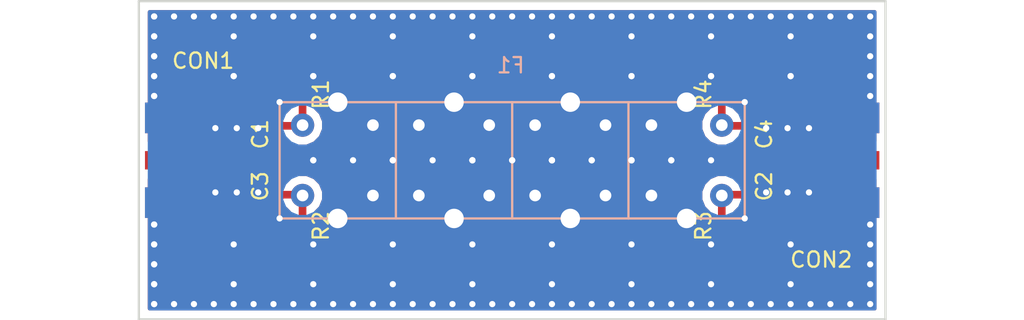
<source format=kicad_pcb>
(kicad_pcb (version 4) (host pcbnew 4.0.6)

  (general
    (links 224)
    (no_connects 0)
    (area 125.924999 92.525 193.875001 118.075)
    (thickness 1.6)
    (drawings 4)
    (tracks 18)
    (zones 0)
    (modules 192)
    (nets 8)
  )

  (page A4)
  (layers
    (0 F.Cu signal)
    (31 B.Cu signal hide)
    (32 B.Adhes user)
    (33 F.Adhes user)
    (34 B.Paste user)
    (35 F.Paste user)
    (36 B.SilkS user)
    (37 F.SilkS user)
    (38 B.Mask user)
    (39 F.Mask user)
    (40 Dwgs.User user)
    (41 Cmts.User user)
    (42 Eco1.User user)
    (43 Eco2.User user)
    (44 Edge.Cuts user)
    (45 Margin user)
    (46 B.CrtYd user)
    (47 F.CrtYd user)
    (48 B.Fab user)
    (49 F.Fab user)
  )

  (setup
    (last_trace_width 0.5)
    (trace_clearance 0.25)
    (zone_clearance 0.508)
    (zone_45_only no)
    (trace_min 0.2)
    (segment_width 0.2)
    (edge_width 0.15)
    (via_size 1.02)
    (via_drill 0.51)
    (via_min_size 0.4)
    (via_min_drill 0.3)
    (uvia_size 0.3)
    (uvia_drill 0.1)
    (uvias_allowed no)
    (uvia_min_size 0.2)
    (uvia_min_drill 0.1)
    (pcb_text_width 0.3)
    (pcb_text_size 1.5 1.5)
    (mod_edge_width 0.15)
    (mod_text_size 1 1)
    (mod_text_width 0.15)
    (pad_size 0.6604 0.6604)
    (pad_drill 0.4064)
    (pad_to_mask_clearance 0.2)
    (aux_axis_origin 0 0)
    (grid_origin 159.9 105)
    (visible_elements 7FFFFFFF)
    (pcbplotparams
      (layerselection 0x010c0_80000001)
      (usegerberextensions false)
      (excludeedgelayer true)
      (linewidth 0.100000)
      (plotframeref false)
      (viasonmask false)
      (mode 1)
      (useauxorigin true)
      (hpglpennumber 1)
      (hpglpenspeed 20)
      (hpglpendiameter 15)
      (hpglpenoverlay 2)
      (psnegative false)
      (psa4output false)
      (plotreference true)
      (plotvalue false)
      (plotinvisibletext false)
      (padsonsilk false)
      (subtractmaskfromsilk false)
      (outputformat 1)
      (mirror false)
      (drillshape 0)
      (scaleselection 1)
      (outputdirectory ""))
  )

  (net 0 "")
  (net 1 "Net-(C1-Pad1)")
  (net 2 "Net-(C1-Pad2)")
  (net 3 "Net-(C2-Pad1)")
  (net 4 "Net-(C2-Pad2)")
  (net 5 "Net-(C3-Pad1)")
  (net 6 "Net-(C4-Pad1)")
  (net 7 GND)

  (net_class Default "This is the default net class."
    (clearance 0.25)
    (trace_width 0.5)
    (via_dia 1.02)
    (via_drill 0.51)
    (uvia_dia 0.3)
    (uvia_drill 0.1)
    (add_net GND)
    (add_net "Net-(C1-Pad2)")
    (add_net "Net-(C2-Pad2)")
    (add_net "Net-(C3-Pad1)")
    (add_net "Net-(C4-Pad1)")
  )

  (net_class 50ohm ""
    (clearance 0.5)
    (trace_width 2)
    (via_dia 0.6)
    (via_drill 0.4)
    (uvia_dia 0.3)
    (uvia_drill 0.1)
    (add_net "Net-(C1-Pad1)")
    (add_net "Net-(C2-Pad1)")
  )

  (module frank_kicad_fp_lib:via_16mil (layer F.Cu) (tedit 59CB0230) (tstamp 59CB0C5C)
    (at 146.9 105)
    (fp_text reference "" (at 0.1 2.3) (layer F.SilkS) hide
      (effects (font (size 1 1) (thickness 0.15)))
    )
    (fp_text value "" (at 0 -1.8) (layer F.Fab) hide
      (effects (font (size 1 1) (thickness 0.15)))
    )
    (pad 1 thru_hole circle (at 0 0) (size 0.6604 0.6604) (drill 0.4064) (layers *.Cu)
      (net 7 GND))
  )

  (module frank_kicad_fp_lib:via_16mil (layer F.Cu) (tedit 59CC673E) (tstamp 59CB0C58)
    (at 149.5 105)
    (fp_text reference "" (at 0.1 2.3) (layer F.SilkS) hide
      (effects (font (size 1 1) (thickness 0.15)))
    )
    (fp_text value "" (at 0 -1.8) (layer F.Fab) hide
      (effects (font (size 1 1) (thickness 0.15)))
    )
    (pad 1 thru_hole circle (at 0 0) (size 0.6604 0.6604) (drill 0.4064) (layers *.Cu)
      (net 7 GND))
  )

  (module frank_kicad_fp_lib:via_16mil (layer F.Cu) (tedit 59CB0230) (tstamp 59CB0C54)
    (at 152.1 105)
    (fp_text reference "" (at 0.1 2.3) (layer F.SilkS) hide
      (effects (font (size 1 1) (thickness 0.15)))
    )
    (fp_text value "" (at 0 -1.8) (layer F.Fab) hide
      (effects (font (size 1 1) (thickness 0.15)))
    )
    (pad 1 thru_hole circle (at 0 0) (size 0.6604 0.6604) (drill 0.4064) (layers *.Cu)
      (net 7 GND))
  )

  (module frank_kicad_fp_lib:via_16mil (layer F.Cu) (tedit 59CB0230) (tstamp 59CB0C50)
    (at 154.7 105)
    (fp_text reference "" (at 0.1 2.3) (layer F.SilkS) hide
      (effects (font (size 1 1) (thickness 0.15)))
    )
    (fp_text value "" (at 0 -1.8) (layer F.Fab) hide
      (effects (font (size 1 1) (thickness 0.15)))
    )
    (pad 1 thru_hole circle (at 0 0) (size 0.6604 0.6604) (drill 0.4064) (layers *.Cu)
      (net 7 GND))
  )

  (module frank_kicad_fp_lib:via_16mil (layer F.Cu) (tedit 59CB0230) (tstamp 59CB0C4C)
    (at 157.3 105)
    (fp_text reference "" (at 0.1 2.3) (layer F.SilkS) hide
      (effects (font (size 1 1) (thickness 0.15)))
    )
    (fp_text value "" (at 0 -1.8) (layer F.Fab) hide
      (effects (font (size 1 1) (thickness 0.15)))
    )
    (pad 1 thru_hole circle (at 0 0) (size 0.6604 0.6604) (drill 0.4064) (layers *.Cu)
      (net 7 GND))
  )

  (module frank_kicad_fp_lib:via_16mil (layer F.Cu) (tedit 59CB0230) (tstamp 59CB0C48)
    (at 159.9 105)
    (fp_text reference "" (at 0.1 2.3) (layer F.SilkS) hide
      (effects (font (size 1 1) (thickness 0.15)))
    )
    (fp_text value "" (at 0 -1.8) (layer F.Fab) hide
      (effects (font (size 1 1) (thickness 0.15)))
    )
    (pad 1 thru_hole circle (at 0 0) (size 0.6604 0.6604) (drill 0.4064) (layers *.Cu)
      (net 7 GND))
  )

  (module frank_kicad_fp_lib:via_16mil (layer F.Cu) (tedit 59CB0230) (tstamp 59CB0C44)
    (at 162.5 105)
    (fp_text reference "" (at 0.1 2.3) (layer F.SilkS) hide
      (effects (font (size 1 1) (thickness 0.15)))
    )
    (fp_text value "" (at 0 -1.8) (layer F.Fab) hide
      (effects (font (size 1 1) (thickness 0.15)))
    )
    (pad 1 thru_hole circle (at 0 0) (size 0.6604 0.6604) (drill 0.4064) (layers *.Cu)
      (net 7 GND))
  )

  (module frank_kicad_fp_lib:via_16mil (layer F.Cu) (tedit 59CB0230) (tstamp 59CB0C40)
    (at 165.1 105)
    (fp_text reference "" (at 0.1 2.3) (layer F.SilkS) hide
      (effects (font (size 1 1) (thickness 0.15)))
    )
    (fp_text value "" (at 0 -1.8) (layer F.Fab) hide
      (effects (font (size 1 1) (thickness 0.15)))
    )
    (pad 1 thru_hole circle (at 0 0) (size 0.6604 0.6604) (drill 0.4064) (layers *.Cu)
      (net 7 GND))
  )

  (module frank_kicad_fp_lib:via_16mil (layer F.Cu) (tedit 59CB0230) (tstamp 59CB0C3C)
    (at 167.7 105)
    (fp_text reference "" (at 0.1 2.3) (layer F.SilkS) hide
      (effects (font (size 1 1) (thickness 0.15)))
    )
    (fp_text value "" (at 0 -1.8) (layer F.Fab) hide
      (effects (font (size 1 1) (thickness 0.15)))
    )
    (pad 1 thru_hole circle (at 0 0) (size 0.6604 0.6604) (drill 0.4064) (layers *.Cu)
      (net 7 GND))
  )

  (module frank_kicad_fp_lib:via_16mil (layer F.Cu) (tedit 59CB0230) (tstamp 59CB0C38)
    (at 170.3 105)
    (fp_text reference "" (at 0.1 2.3) (layer F.SilkS) hide
      (effects (font (size 1 1) (thickness 0.15)))
    )
    (fp_text value "" (at 0 -1.8) (layer F.Fab) hide
      (effects (font (size 1 1) (thickness 0.15)))
    )
    (pad 1 thru_hole circle (at 0 0) (size 0.6604 0.6604) (drill 0.4064) (layers *.Cu)
      (net 7 GND))
  )

  (module frank_kicad_fp_lib:via_16mil (layer F.Cu) (tedit 59CB0230) (tstamp 59CB0A7A)
    (at 159.9 105)
    (fp_text reference "" (at 0.1 2.3) (layer F.SilkS) hide
      (effects (font (size 1 1) (thickness 0.15)))
    )
    (fp_text value "" (at 0 -1.8) (layer F.Fab) hide
      (effects (font (size 1 1) (thickness 0.15)))
    )
    (pad 1 thru_hole circle (at 0 0) (size 0.6604 0.6604) (drill 0.4064) (layers *.Cu)
      (net 7 GND))
  )

  (module frank_kicad_fp_lib:via_16mil (layer F.Cu) (tedit 59CB0230) (tstamp 59CB0A76)
    (at 162.5 105)
    (fp_text reference "" (at 0.1 2.3) (layer F.SilkS) hide
      (effects (font (size 1 1) (thickness 0.15)))
    )
    (fp_text value "" (at 0 -1.8) (layer F.Fab) hide
      (effects (font (size 1 1) (thickness 0.15)))
    )
    (pad 1 thru_hole circle (at 0 0) (size 0.6604 0.6604) (drill 0.4064) (layers *.Cu)
      (net 7 GND))
  )

  (module frank_kicad_fp_lib:via_16mil (layer F.Cu) (tedit 59CB0230) (tstamp 59CB0A72)
    (at 165.1 105)
    (fp_text reference "" (at 0.1 2.3) (layer F.SilkS) hide
      (effects (font (size 1 1) (thickness 0.15)))
    )
    (fp_text value "" (at 0 -1.8) (layer F.Fab) hide
      (effects (font (size 1 1) (thickness 0.15)))
    )
    (pad 1 thru_hole circle (at 0 0) (size 0.6604 0.6604) (drill 0.4064) (layers *.Cu)
      (net 7 GND))
  )

  (module frank_kicad_fp_lib:via_16mil (layer F.Cu) (tedit 59CB0230) (tstamp 59CB0A6E)
    (at 167.7 105)
    (fp_text reference "" (at 0.1 2.3) (layer F.SilkS) hide
      (effects (font (size 1 1) (thickness 0.15)))
    )
    (fp_text value "" (at 0 -1.8) (layer F.Fab) hide
      (effects (font (size 1 1) (thickness 0.15)))
    )
    (pad 1 thru_hole circle (at 0 0) (size 0.6604 0.6604) (drill 0.4064) (layers *.Cu)
      (net 7 GND))
  )

  (module frank_kicad_fp_lib:via_16mil (layer F.Cu) (tedit 59CB0230) (tstamp 59CB0A6A)
    (at 170.3 105)
    (fp_text reference "" (at 0.1 2.3) (layer F.SilkS) hide
      (effects (font (size 1 1) (thickness 0.15)))
    )
    (fp_text value "" (at 0 -1.8) (layer F.Fab) hide
      (effects (font (size 1 1) (thickness 0.15)))
    )
    (pad 1 thru_hole circle (at 0 0) (size 0.6604 0.6604) (drill 0.4064) (layers *.Cu)
      (net 7 GND))
  )

  (module frank_kicad_fp_lib:via_16mil (layer F.Cu) (tedit 59CB0230) (tstamp 59CB0A5B)
    (at 146.9 105)
    (fp_text reference "" (at 0.1 2.3) (layer F.SilkS) hide
      (effects (font (size 1 1) (thickness 0.15)))
    )
    (fp_text value "" (at 0 -1.8) (layer F.Fab) hide
      (effects (font (size 1 1) (thickness 0.15)))
    )
    (pad 1 thru_hole circle (at 0 0) (size 0.6604 0.6604) (drill 0.4064) (layers *.Cu)
      (net 7 GND))
  )

  (module frank_kicad_fp_lib:via_16mil (layer F.Cu) (tedit 59CB0230) (tstamp 59CB0A57)
    (at 152.1 105)
    (fp_text reference "" (at 0.1 2.3) (layer F.SilkS) hide
      (effects (font (size 1 1) (thickness 0.15)))
    )
    (fp_text value "" (at 0 -1.8) (layer F.Fab) hide
      (effects (font (size 1 1) (thickness 0.15)))
    )
    (pad 1 thru_hole circle (at 0 0) (size 0.6604 0.6604) (drill 0.4064) (layers *.Cu)
      (net 7 GND))
  )

  (module frank_kicad_fp_lib:via_16mil (layer F.Cu) (tedit 59CB0230) (tstamp 59CB0A53)
    (at 157.3 105)
    (fp_text reference "" (at 0.1 2.3) (layer F.SilkS) hide
      (effects (font (size 1 1) (thickness 0.15)))
    )
    (fp_text value "" (at 0 -1.8) (layer F.Fab) hide
      (effects (font (size 1 1) (thickness 0.15)))
    )
    (pad 1 thru_hole circle (at 0 0) (size 0.6604 0.6604) (drill 0.4064) (layers *.Cu)
      (net 7 GND))
  )

  (module frank_kicad_fp_lib:via_16mil (layer F.Cu) (tedit 59CB0230) (tstamp 59CB0A4F)
    (at 162.5 105)
    (fp_text reference "" (at 0.1 2.3) (layer F.SilkS) hide
      (effects (font (size 1 1) (thickness 0.15)))
    )
    (fp_text value "" (at 0 -1.8) (layer F.Fab) hide
      (effects (font (size 1 1) (thickness 0.15)))
    )
    (pad 1 thru_hole circle (at 0 0) (size 0.6604 0.6604) (drill 0.4064) (layers *.Cu)
      (net 7 GND))
  )

  (module frank_kicad_fp_lib:via_16mil (layer F.Cu) (tedit 59CB0230) (tstamp 59CB0A4B)
    (at 167.7 105)
    (fp_text reference "" (at 0.1 2.3) (layer F.SilkS) hide
      (effects (font (size 1 1) (thickness 0.15)))
    )
    (fp_text value "" (at 0 -1.8) (layer F.Fab) hide
      (effects (font (size 1 1) (thickness 0.15)))
    )
    (pad 1 thru_hole circle (at 0 0) (size 0.6604 0.6604) (drill 0.4064) (layers *.Cu)
      (net 7 GND))
  )

  (module frank_kicad_fp_lib:via_16mil (layer F.Cu) (tedit 59CB0230) (tstamp 59CB0A46)
    (at 152.1 105)
    (fp_text reference "" (at 0.1 2.3) (layer F.SilkS) hide
      (effects (font (size 1 1) (thickness 0.15)))
    )
    (fp_text value "" (at 0 -1.8) (layer F.Fab) hide
      (effects (font (size 1 1) (thickness 0.15)))
    )
    (pad 1 thru_hole circle (at 0 0) (size 0.6604 0.6604) (drill 0.4064) (layers *.Cu)
      (net 7 GND))
  )

  (module frank_kicad_fp_lib:via_16mil (layer F.Cu) (tedit 59CB0230) (tstamp 59CB0A42)
    (at 157.3 105)
    (fp_text reference "" (at 0.1 2.3) (layer F.SilkS) hide
      (effects (font (size 1 1) (thickness 0.15)))
    )
    (fp_text value "" (at 0 -1.8) (layer F.Fab) hide
      (effects (font (size 1 1) (thickness 0.15)))
    )
    (pad 1 thru_hole circle (at 0 0) (size 0.6604 0.6604) (drill 0.4064) (layers *.Cu)
      (net 7 GND))
  )

  (module frank_kicad_fp_lib:via_16mil (layer F.Cu) (tedit 59CB0230) (tstamp 59CB0A3E)
    (at 162.5 105)
    (fp_text reference "" (at 0.1 2.3) (layer F.SilkS) hide
      (effects (font (size 1 1) (thickness 0.15)))
    )
    (fp_text value "" (at 0 -1.8) (layer F.Fab) hide
      (effects (font (size 1 1) (thickness 0.15)))
    )
    (pad 1 thru_hole circle (at 0 0) (size 0.6604 0.6604) (drill 0.4064) (layers *.Cu)
      (net 7 GND))
  )

  (module frank_kicad_fp_lib:via_16mil (layer F.Cu) (tedit 59CB0230) (tstamp 59CB0A3A)
    (at 167.7 105)
    (fp_text reference "" (at 0.1 2.3) (layer F.SilkS) hide
      (effects (font (size 1 1) (thickness 0.15)))
    )
    (fp_text value "" (at 0 -1.8) (layer F.Fab) hide
      (effects (font (size 1 1) (thickness 0.15)))
    )
    (pad 1 thru_hole circle (at 0 0) (size 0.6604 0.6604) (drill 0.4064) (layers *.Cu)
      (net 7 GND))
  )

  (module frank_kicad_fp_lib:via_16mil (layer F.Cu) (tedit 59CB0230) (tstamp 59CB0A12)
    (at 172.9 105)
    (fp_text reference "" (at 0.1 2.3) (layer F.SilkS) hide
      (effects (font (size 1 1) (thickness 0.15)))
    )
    (fp_text value "" (at 0 -1.8) (layer F.Fab) hide
      (effects (font (size 1 1) (thickness 0.15)))
    )
    (pad 1 thru_hole circle (at 0 0) (size 0.6604 0.6604) (drill 0.4064) (layers *.Cu)
      (net 7 GND))
  )

  (module frank_kicad_fp_lib:via_16mil (layer F.Cu) (tedit 59CB0230) (tstamp 59CB092F)
    (at 175.1 108.8)
    (fp_text reference "" (at 0.1 2.3) (layer F.SilkS) hide
      (effects (font (size 1 1) (thickness 0.15)))
    )
    (fp_text value "" (at 0 -1.8) (layer F.Fab) hide
      (effects (font (size 1 1) (thickness 0.15)))
    )
    (pad 1 thru_hole circle (at 0 0) (size 0.6604 0.6604) (drill 0.4064) (layers *.Cu)
      (net 7 GND))
  )

  (module frank_kicad_fp_lib:via_16mil (layer F.Cu) (tedit 59CB0135) (tstamp 59CB0916)
    (at 175.1 101.2)
    (fp_text reference "" (at 0.1 2.3) (layer F.SilkS) hide
      (effects (font (size 1 1) (thickness 0.15)))
    )
    (fp_text value "" (at 0 -1.8) (layer F.Fab) hide
      (effects (font (size 1 1) (thickness 0.15)))
    )
    (pad 1 thru_hole circle (at 0 0) (size 0.6604 0.6604) (drill 0.4064) (layers *.Cu)
      (net 7 GND))
  )

  (module frank_kicad_fp_lib:via_16mil (layer F.Cu) (tedit 59CB0135) (tstamp 59CB090F)
    (at 144.7 101.2)
    (fp_text reference "" (at 0.1 2.3) (layer F.SilkS) hide
      (effects (font (size 1 1) (thickness 0.15)))
    )
    (fp_text value "" (at 0 -1.8) (layer F.Fab) hide
      (effects (font (size 1 1) (thickness 0.15)))
    )
    (pad 1 thru_hole circle (at 0 0) (size 0.6604 0.6604) (drill 0.4064) (layers *.Cu)
      (net 7 GND))
  )

  (module frank_kicad_fp_lib:via_16mil (layer F.Cu) (tedit 59CB0135) (tstamp 59CB0903)
    (at 144.7 108.8)
    (fp_text reference "" (at 0.1 2.3) (layer F.SilkS) hide
      (effects (font (size 1 1) (thickness 0.15)))
    )
    (fp_text value "" (at 0 -1.8) (layer F.Fab) hide
      (effects (font (size 1 1) (thickness 0.15)))
    )
    (pad 1 thru_hole circle (at 0 0) (size 0.6604 0.6604) (drill 0.4064) (layers *.Cu)
      (net 7 GND))
  )

  (module frank_kicad_fp_lib:via_16mil (layer F.Cu) (tedit 59CB0230) (tstamp 59CB08FA)
    (at 140.5 102.9)
    (fp_text reference "" (at 0.1 2.3) (layer F.SilkS) hide
      (effects (font (size 1 1) (thickness 0.15)))
    )
    (fp_text value "" (at 0 -1.8) (layer F.Fab) hide
      (effects (font (size 1 1) (thickness 0.15)))
    )
    (pad 1 thru_hole circle (at 0 0) (size 0.6604 0.6604) (drill 0.4064) (layers *.Cu)
      (net 7 GND))
  )

  (module frank_kicad_fp_lib:via_16mil (layer F.Cu) (tedit 59CB0230) (tstamp 59CB08F6)
    (at 141.9 102.9)
    (fp_text reference "" (at 0.1 2.3) (layer F.SilkS) hide
      (effects (font (size 1 1) (thickness 0.15)))
    )
    (fp_text value "" (at 0 -1.8) (layer F.Fab) hide
      (effects (font (size 1 1) (thickness 0.15)))
    )
    (pad 1 thru_hole circle (at 0 0) (size 0.6604 0.6604) (drill 0.4064) (layers *.Cu)
      (net 7 GND))
  )

  (module frank_kicad_fp_lib:via_16mil (layer F.Cu) (tedit 59CB0230) (tstamp 59CB08F2)
    (at 143.3 102.9)
    (fp_text reference "" (at 0.1 2.3) (layer F.SilkS) hide
      (effects (font (size 1 1) (thickness 0.15)))
    )
    (fp_text value "" (at 0 -1.8) (layer F.Fab) hide
      (effects (font (size 1 1) (thickness 0.15)))
    )
    (pad 1 thru_hole circle (at 0 0) (size 0.6604 0.6604) (drill 0.4064) (layers *.Cu)
      (net 7 GND))
  )

  (module frank_kicad_fp_lib:via_16mil (layer F.Cu) (tedit 59CB0230) (tstamp 59CB08EE)
    (at 143.3 107.1)
    (fp_text reference "" (at 0.1 2.3) (layer F.SilkS) hide
      (effects (font (size 1 1) (thickness 0.15)))
    )
    (fp_text value "" (at 0 -1.8) (layer F.Fab) hide
      (effects (font (size 1 1) (thickness 0.15)))
    )
    (pad 1 thru_hole circle (at 0 0) (size 0.6604 0.6604) (drill 0.4064) (layers *.Cu)
      (net 7 GND))
  )

  (module frank_kicad_fp_lib:via_16mil (layer F.Cu) (tedit 59CB0230) (tstamp 59CB08EA)
    (at 141.9 107.1)
    (fp_text reference "" (at 0.1 2.3) (layer F.SilkS) hide
      (effects (font (size 1 1) (thickness 0.15)))
    )
    (fp_text value "" (at 0 -1.8) (layer F.Fab) hide
      (effects (font (size 1 1) (thickness 0.15)))
    )
    (pad 1 thru_hole circle (at 0 0) (size 0.6604 0.6604) (drill 0.4064) (layers *.Cu)
      (net 7 GND))
  )

  (module frank_kicad_fp_lib:via_16mil (layer F.Cu) (tedit 59CB0230) (tstamp 59CB08E6)
    (at 140.5 107.1)
    (fp_text reference "" (at 0.1 2.3) (layer F.SilkS) hide
      (effects (font (size 1 1) (thickness 0.15)))
    )
    (fp_text value "" (at 0 -1.8) (layer F.Fab) hide
      (effects (font (size 1 1) (thickness 0.15)))
    )
    (pad 1 thru_hole circle (at 0 0) (size 0.6604 0.6604) (drill 0.4064) (layers *.Cu)
      (net 7 GND))
  )

  (module frank_kicad_fp_lib:via_16mil (layer F.Cu) (tedit 59CB0230) (tstamp 59CB08CB)
    (at 176.5 107.1)
    (fp_text reference "" (at 0.1 2.3) (layer F.SilkS) hide
      (effects (font (size 1 1) (thickness 0.15)))
    )
    (fp_text value "" (at 0 -1.8) (layer F.Fab) hide
      (effects (font (size 1 1) (thickness 0.15)))
    )
    (pad 1 thru_hole circle (at 0 0) (size 0.6604 0.6604) (drill 0.4064) (layers *.Cu)
      (net 7 GND))
  )

  (module frank_kicad_fp_lib:via_16mil (layer F.Cu) (tedit 59CB0230) (tstamp 59CB08C7)
    (at 177.9 107.1)
    (fp_text reference "" (at 0.1 2.3) (layer F.SilkS) hide
      (effects (font (size 1 1) (thickness 0.15)))
    )
    (fp_text value "" (at 0 -1.8) (layer F.Fab) hide
      (effects (font (size 1 1) (thickness 0.15)))
    )
    (pad 1 thru_hole circle (at 0 0) (size 0.6604 0.6604) (drill 0.4064) (layers *.Cu)
      (net 7 GND))
  )

  (module frank_kicad_fp_lib:via_16mil (layer F.Cu) (tedit 59CB0230) (tstamp 59CB08C3)
    (at 179.3 107.1)
    (fp_text reference "" (at 0.1 2.3) (layer F.SilkS) hide
      (effects (font (size 1 1) (thickness 0.15)))
    )
    (fp_text value "" (at 0 -1.8) (layer F.Fab) hide
      (effects (font (size 1 1) (thickness 0.15)))
    )
    (pad 1 thru_hole circle (at 0 0) (size 0.6604 0.6604) (drill 0.4064) (layers *.Cu)
      (net 7 GND))
  )

  (module frank_kicad_fp_lib:via_16mil (layer F.Cu) (tedit 59CB0230) (tstamp 59CB08BF)
    (at 179.3 102.9)
    (fp_text reference "" (at 0.1 2.3) (layer F.SilkS) hide
      (effects (font (size 1 1) (thickness 0.15)))
    )
    (fp_text value "" (at 0 -1.8) (layer F.Fab) hide
      (effects (font (size 1 1) (thickness 0.15)))
    )
    (pad 1 thru_hole circle (at 0 0) (size 0.6604 0.6604) (drill 0.4064) (layers *.Cu)
      (net 7 GND))
  )

  (module frank_kicad_fp_lib:via_16mil (layer F.Cu) (tedit 59CB0230) (tstamp 59CB08BB)
    (at 177.9 102.9)
    (fp_text reference "" (at 0.1 2.3) (layer F.SilkS) hide
      (effects (font (size 1 1) (thickness 0.15)))
    )
    (fp_text value "" (at 0 -1.8) (layer F.Fab) hide
      (effects (font (size 1 1) (thickness 0.15)))
    )
    (pad 1 thru_hole circle (at 0 0) (size 0.6604 0.6604) (drill 0.4064) (layers *.Cu)
      (net 7 GND))
  )

  (module frank_kicad_fp_lib:via_16mil (layer F.Cu) (tedit 59CB0230) (tstamp 59CB08B4)
    (at 176.5 102.9)
    (fp_text reference "" (at 0.1 2.3) (layer F.SilkS) hide
      (effects (font (size 1 1) (thickness 0.15)))
    )
    (fp_text value "" (at 0 -1.8) (layer F.Fab) hide
      (effects (font (size 1 1) (thickness 0.15)))
    )
    (pad 1 thru_hole circle (at 0 0) (size 0.6604 0.6604) (drill 0.4064) (layers *.Cu)
      (net 7 GND))
  )

  (module frank_kicad_fp_lib:via_16mil (layer F.Cu) (tedit 59CB0135) (tstamp 59CB08A7)
    (at 183.3 100.8)
    (fp_text reference "" (at 0.1 2.3) (layer F.SilkS) hide
      (effects (font (size 1 1) (thickness 0.15)))
    )
    (fp_text value "" (at 0 -1.8) (layer F.Fab) hide
      (effects (font (size 1 1) (thickness 0.15)))
    )
    (pad 1 thru_hole circle (at 0 0) (size 0.6604 0.6604) (drill 0.4064) (layers *.Cu)
      (net 7 GND))
  )

  (module frank_kicad_fp_lib:via_16mil (layer F.Cu) (tedit 59CB0135) (tstamp 59CB0899)
    (at 183.3 98.2)
    (fp_text reference "" (at 0.1 2.3) (layer F.SilkS) hide
      (effects (font (size 1 1) (thickness 0.15)))
    )
    (fp_text value "" (at 0 -1.8) (layer F.Fab) hide
      (effects (font (size 1 1) (thickness 0.15)))
    )
    (pad 1 thru_hole circle (at 0 0) (size 0.6604 0.6604) (drill 0.4064) (layers *.Cu)
      (net 7 GND))
  )

  (module frank_kicad_fp_lib:via_16mil (layer F.Cu) (tedit 59CB0230) (tstamp 59CB0894)
    (at 183.3 109.2)
    (fp_text reference "" (at 0.1 2.3) (layer F.SilkS) hide
      (effects (font (size 1 1) (thickness 0.15)))
    )
    (fp_text value "" (at 0 -1.8) (layer F.Fab) hide
      (effects (font (size 1 1) (thickness 0.15)))
    )
    (pad 1 thru_hole circle (at 0 0) (size 0.6604 0.6604) (drill 0.4064) (layers *.Cu)
      (net 7 GND))
  )

  (module frank_kicad_fp_lib:via_16mil (layer F.Cu) (tedit 59CB0230) (tstamp 59CB088F)
    (at 183.3 111.8)
    (fp_text reference "" (at 0.1 2.3) (layer F.SilkS) hide
      (effects (font (size 1 1) (thickness 0.15)))
    )
    (fp_text value "" (at 0 -1.8) (layer F.Fab) hide
      (effects (font (size 1 1) (thickness 0.15)))
    )
    (pad 1 thru_hole circle (at 0 0) (size 0.6604 0.6604) (drill 0.4064) (layers *.Cu)
      (net 7 GND))
  )

  (module frank_kicad_fp_lib:via_16mil (layer F.Cu) (tedit 59CB00DF) (tstamp 59CB0888)
    (at 183.3 114.4)
    (fp_text reference "" (at 0.1 2.3) (layer F.SilkS) hide
      (effects (font (size 1 1) (thickness 0.15)))
    )
    (fp_text value "" (at 0 -1.8) (layer F.Fab) hide
      (effects (font (size 1 1) (thickness 0.15)))
    )
    (pad 1 thru_hole circle (at 0 0) (size 0.6604 0.6604) (drill 0.4064) (layers *.Cu)
      (net 7 GND))
  )

  (module frank_kicad_fp_lib:via_16mil (layer F.Cu) (tedit 59CB00DF) (tstamp 59CB0884)
    (at 182 114.4)
    (fp_text reference "" (at 0.1 2.3) (layer F.SilkS) hide
      (effects (font (size 1 1) (thickness 0.15)))
    )
    (fp_text value "" (at 0 -1.8) (layer F.Fab) hide
      (effects (font (size 1 1) (thickness 0.15)))
    )
    (pad 1 thru_hole circle (at 0 0) (size 0.6604 0.6604) (drill 0.4064) (layers *.Cu)
      (net 7 GND))
  )

  (module frank_kicad_fp_lib:via_16mil (layer F.Cu) (tedit 59CB00DF) (tstamp 59CB0880)
    (at 180.7 114.4)
    (fp_text reference "" (at 0.1 2.3) (layer F.SilkS) hide
      (effects (font (size 1 1) (thickness 0.15)))
    )
    (fp_text value "" (at 0 -1.8) (layer F.Fab) hide
      (effects (font (size 1 1) (thickness 0.15)))
    )
    (pad 1 thru_hole circle (at 0 0) (size 0.6604 0.6604) (drill 0.4064) (layers *.Cu)
      (net 7 GND))
  )

  (module frank_kicad_fp_lib:via_16mil (layer F.Cu) (tedit 59CB00DF) (tstamp 59CB087C)
    (at 179.4 114.4)
    (fp_text reference "" (at 0.1 2.3) (layer F.SilkS) hide
      (effects (font (size 1 1) (thickness 0.15)))
    )
    (fp_text value "" (at 0 -1.8) (layer F.Fab) hide
      (effects (font (size 1 1) (thickness 0.15)))
    )
    (pad 1 thru_hole circle (at 0 0) (size 0.6604 0.6604) (drill 0.4064) (layers *.Cu)
      (net 7 GND))
  )

  (module frank_kicad_fp_lib:via_16mil (layer F.Cu) (tedit 59CB00DF) (tstamp 59CB0878)
    (at 178.1 114.4)
    (fp_text reference "" (at 0.1 2.3) (layer F.SilkS) hide
      (effects (font (size 1 1) (thickness 0.15)))
    )
    (fp_text value "" (at 0 -1.8) (layer F.Fab) hide
      (effects (font (size 1 1) (thickness 0.15)))
    )
    (pad 1 thru_hole circle (at 0 0) (size 0.6604 0.6604) (drill 0.4064) (layers *.Cu)
      (net 7 GND))
  )

  (module frank_kicad_fp_lib:via_16mil (layer F.Cu) (tedit 59CB00DF) (tstamp 59CB0874)
    (at 176.8 114.4)
    (fp_text reference "" (at 0.1 2.3) (layer F.SilkS) hide
      (effects (font (size 1 1) (thickness 0.15)))
    )
    (fp_text value "" (at 0 -1.8) (layer F.Fab) hide
      (effects (font (size 1 1) (thickness 0.15)))
    )
    (pad 1 thru_hole circle (at 0 0) (size 0.6604 0.6604) (drill 0.4064) (layers *.Cu)
      (net 7 GND))
  )

  (module frank_kicad_fp_lib:via_16mil (layer F.Cu) (tedit 59CB00DF) (tstamp 59CB0870)
    (at 175.5 114.4)
    (fp_text reference "" (at 0.1 2.3) (layer F.SilkS) hide
      (effects (font (size 1 1) (thickness 0.15)))
    )
    (fp_text value "" (at 0 -1.8) (layer F.Fab) hide
      (effects (font (size 1 1) (thickness 0.15)))
    )
    (pad 1 thru_hole circle (at 0 0) (size 0.6604 0.6604) (drill 0.4064) (layers *.Cu)
      (net 7 GND))
  )

  (module frank_kicad_fp_lib:via_16mil (layer F.Cu) (tedit 59CB00DF) (tstamp 59CB086C)
    (at 174.2 114.4)
    (fp_text reference "" (at 0.1 2.3) (layer F.SilkS) hide
      (effects (font (size 1 1) (thickness 0.15)))
    )
    (fp_text value "" (at 0 -1.8) (layer F.Fab) hide
      (effects (font (size 1 1) (thickness 0.15)))
    )
    (pad 1 thru_hole circle (at 0 0) (size 0.6604 0.6604) (drill 0.4064) (layers *.Cu)
      (net 7 GND))
  )

  (module frank_kicad_fp_lib:via_16mil (layer F.Cu) (tedit 59CB00DF) (tstamp 59CB0868)
    (at 172.9 114.4)
    (fp_text reference "" (at 0.1 2.3) (layer F.SilkS) hide
      (effects (font (size 1 1) (thickness 0.15)))
    )
    (fp_text value "" (at 0 -1.8) (layer F.Fab) hide
      (effects (font (size 1 1) (thickness 0.15)))
    )
    (pad 1 thru_hole circle (at 0 0) (size 0.6604 0.6604) (drill 0.4064) (layers *.Cu)
      (net 7 GND))
  )

  (module frank_kicad_fp_lib:via_16mil (layer F.Cu) (tedit 59CB00DF) (tstamp 59CB0864)
    (at 171.6 114.4)
    (fp_text reference "" (at 0.1 2.3) (layer F.SilkS) hide
      (effects (font (size 1 1) (thickness 0.15)))
    )
    (fp_text value "" (at 0 -1.8) (layer F.Fab) hide
      (effects (font (size 1 1) (thickness 0.15)))
    )
    (pad 1 thru_hole circle (at 0 0) (size 0.6604 0.6604) (drill 0.4064) (layers *.Cu)
      (net 7 GND))
  )

  (module frank_kicad_fp_lib:via_16mil (layer F.Cu) (tedit 59CB00DF) (tstamp 59CB0860)
    (at 170.3 114.4)
    (fp_text reference "" (at 0.1 2.3) (layer F.SilkS) hide
      (effects (font (size 1 1) (thickness 0.15)))
    )
    (fp_text value "" (at 0 -1.8) (layer F.Fab) hide
      (effects (font (size 1 1) (thickness 0.15)))
    )
    (pad 1 thru_hole circle (at 0 0) (size 0.6604 0.6604) (drill 0.4064) (layers *.Cu)
      (net 7 GND))
  )

  (module frank_kicad_fp_lib:via_16mil (layer F.Cu) (tedit 59CB00DF) (tstamp 59CB085C)
    (at 169 114.4)
    (fp_text reference "" (at 0.1 2.3) (layer F.SilkS) hide
      (effects (font (size 1 1) (thickness 0.15)))
    )
    (fp_text value "" (at 0 -1.8) (layer F.Fab) hide
      (effects (font (size 1 1) (thickness 0.15)))
    )
    (pad 1 thru_hole circle (at 0 0) (size 0.6604 0.6604) (drill 0.4064) (layers *.Cu)
      (net 7 GND))
  )

  (module frank_kicad_fp_lib:via_16mil (layer F.Cu) (tedit 59CB00DF) (tstamp 59CB0858)
    (at 167.7 114.4)
    (fp_text reference "" (at 0.1 2.3) (layer F.SilkS) hide
      (effects (font (size 1 1) (thickness 0.15)))
    )
    (fp_text value "" (at 0 -1.8) (layer F.Fab) hide
      (effects (font (size 1 1) (thickness 0.15)))
    )
    (pad 1 thru_hole circle (at 0 0) (size 0.6604 0.6604) (drill 0.4064) (layers *.Cu)
      (net 7 GND))
  )

  (module frank_kicad_fp_lib:via_16mil (layer F.Cu) (tedit 59CB00DF) (tstamp 59CB0854)
    (at 166.4 114.4)
    (fp_text reference "" (at 0.1 2.3) (layer F.SilkS) hide
      (effects (font (size 1 1) (thickness 0.15)))
    )
    (fp_text value "" (at 0 -1.8) (layer F.Fab) hide
      (effects (font (size 1 1) (thickness 0.15)))
    )
    (pad 1 thru_hole circle (at 0 0) (size 0.6604 0.6604) (drill 0.4064) (layers *.Cu)
      (net 7 GND))
  )

  (module frank_kicad_fp_lib:via_16mil (layer F.Cu) (tedit 59CB00DF) (tstamp 59CB0850)
    (at 165.1 114.4)
    (fp_text reference "" (at 0.1 2.3) (layer F.SilkS) hide
      (effects (font (size 1 1) (thickness 0.15)))
    )
    (fp_text value "" (at 0 -1.8) (layer F.Fab) hide
      (effects (font (size 1 1) (thickness 0.15)))
    )
    (pad 1 thru_hole circle (at 0 0) (size 0.6604 0.6604) (drill 0.4064) (layers *.Cu)
      (net 7 GND))
  )

  (module frank_kicad_fp_lib:via_16mil (layer F.Cu) (tedit 59CB00DF) (tstamp 59CB084C)
    (at 163.8 114.4)
    (fp_text reference "" (at 0.1 2.3) (layer F.SilkS) hide
      (effects (font (size 1 1) (thickness 0.15)))
    )
    (fp_text value "" (at 0 -1.8) (layer F.Fab) hide
      (effects (font (size 1 1) (thickness 0.15)))
    )
    (pad 1 thru_hole circle (at 0 0) (size 0.6604 0.6604) (drill 0.4064) (layers *.Cu)
      (net 7 GND))
  )

  (module frank_kicad_fp_lib:via_16mil (layer F.Cu) (tedit 59CB00DF) (tstamp 59CB0848)
    (at 162.5 114.4)
    (fp_text reference "" (at 0.1 2.3) (layer F.SilkS) hide
      (effects (font (size 1 1) (thickness 0.15)))
    )
    (fp_text value "" (at 0 -1.8) (layer F.Fab) hide
      (effects (font (size 1 1) (thickness 0.15)))
    )
    (pad 1 thru_hole circle (at 0 0) (size 0.6604 0.6604) (drill 0.4064) (layers *.Cu)
      (net 7 GND))
  )

  (module frank_kicad_fp_lib:via_16mil (layer F.Cu) (tedit 59CB00DF) (tstamp 59CB0844)
    (at 161.2 114.4)
    (fp_text reference "" (at 0.1 2.3) (layer F.SilkS) hide
      (effects (font (size 1 1) (thickness 0.15)))
    )
    (fp_text value "" (at 0 -1.8) (layer F.Fab) hide
      (effects (font (size 1 1) (thickness 0.15)))
    )
    (pad 1 thru_hole circle (at 0 0) (size 0.6604 0.6604) (drill 0.4064) (layers *.Cu)
      (net 7 GND))
  )

  (module frank_kicad_fp_lib:via_16mil (layer F.Cu) (tedit 59CB00DF) (tstamp 59CB0840)
    (at 159.9 114.4)
    (fp_text reference "" (at 0.1 2.3) (layer F.SilkS) hide
      (effects (font (size 1 1) (thickness 0.15)))
    )
    (fp_text value "" (at 0 -1.8) (layer F.Fab) hide
      (effects (font (size 1 1) (thickness 0.15)))
    )
    (pad 1 thru_hole circle (at 0 0) (size 0.6604 0.6604) (drill 0.4064) (layers *.Cu)
      (net 7 GND))
  )

  (module frank_kicad_fp_lib:via_16mil (layer F.Cu) (tedit 59CB00DF) (tstamp 59CB083C)
    (at 158.6 114.4)
    (fp_text reference "" (at 0.1 2.3) (layer F.SilkS) hide
      (effects (font (size 1 1) (thickness 0.15)))
    )
    (fp_text value "" (at 0 -1.8) (layer F.Fab) hide
      (effects (font (size 1 1) (thickness 0.15)))
    )
    (pad 1 thru_hole circle (at 0 0) (size 0.6604 0.6604) (drill 0.4064) (layers *.Cu)
      (net 7 GND))
  )

  (module frank_kicad_fp_lib:via_16mil (layer F.Cu) (tedit 59CB00DF) (tstamp 59CB0838)
    (at 157.3 114.4)
    (fp_text reference "" (at 0.1 2.3) (layer F.SilkS) hide
      (effects (font (size 1 1) (thickness 0.15)))
    )
    (fp_text value "" (at 0 -1.8) (layer F.Fab) hide
      (effects (font (size 1 1) (thickness 0.15)))
    )
    (pad 1 thru_hole circle (at 0 0) (size 0.6604 0.6604) (drill 0.4064) (layers *.Cu)
      (net 7 GND))
  )

  (module frank_kicad_fp_lib:via_16mil (layer F.Cu) (tedit 59CB00DF) (tstamp 59CB0834)
    (at 156 114.4)
    (fp_text reference "" (at 0.1 2.3) (layer F.SilkS) hide
      (effects (font (size 1 1) (thickness 0.15)))
    )
    (fp_text value "" (at 0 -1.8) (layer F.Fab) hide
      (effects (font (size 1 1) (thickness 0.15)))
    )
    (pad 1 thru_hole circle (at 0 0) (size 0.6604 0.6604) (drill 0.4064) (layers *.Cu)
      (net 7 GND))
  )

  (module frank_kicad_fp_lib:via_16mil (layer F.Cu) (tedit 59CB00DF) (tstamp 59CB0830)
    (at 154.7 114.4)
    (fp_text reference "" (at 0.1 2.3) (layer F.SilkS) hide
      (effects (font (size 1 1) (thickness 0.15)))
    )
    (fp_text value "" (at 0 -1.8) (layer F.Fab) hide
      (effects (font (size 1 1) (thickness 0.15)))
    )
    (pad 1 thru_hole circle (at 0 0) (size 0.6604 0.6604) (drill 0.4064) (layers *.Cu)
      (net 7 GND))
  )

  (module frank_kicad_fp_lib:via_16mil (layer F.Cu) (tedit 59CB00DF) (tstamp 59CB082C)
    (at 153.4 114.4)
    (fp_text reference "" (at 0.1 2.3) (layer F.SilkS) hide
      (effects (font (size 1 1) (thickness 0.15)))
    )
    (fp_text value "" (at 0 -1.8) (layer F.Fab) hide
      (effects (font (size 1 1) (thickness 0.15)))
    )
    (pad 1 thru_hole circle (at 0 0) (size 0.6604 0.6604) (drill 0.4064) (layers *.Cu)
      (net 7 GND))
  )

  (module frank_kicad_fp_lib:via_16mil (layer F.Cu) (tedit 59CB00DF) (tstamp 59CB0828)
    (at 152.1 114.4)
    (fp_text reference "" (at 0.1 2.3) (layer F.SilkS) hide
      (effects (font (size 1 1) (thickness 0.15)))
    )
    (fp_text value "" (at 0 -1.8) (layer F.Fab) hide
      (effects (font (size 1 1) (thickness 0.15)))
    )
    (pad 1 thru_hole circle (at 0 0) (size 0.6604 0.6604) (drill 0.4064) (layers *.Cu)
      (net 7 GND))
  )

  (module frank_kicad_fp_lib:via_16mil (layer F.Cu) (tedit 59CB00DF) (tstamp 59CB0824)
    (at 150.8 114.4)
    (fp_text reference "" (at 0.1 2.3) (layer F.SilkS) hide
      (effects (font (size 1 1) (thickness 0.15)))
    )
    (fp_text value "" (at 0 -1.8) (layer F.Fab) hide
      (effects (font (size 1 1) (thickness 0.15)))
    )
    (pad 1 thru_hole circle (at 0 0) (size 0.6604 0.6604) (drill 0.4064) (layers *.Cu)
      (net 7 GND))
  )

  (module frank_kicad_fp_lib:via_16mil (layer F.Cu) (tedit 59CB00DF) (tstamp 59CB0820)
    (at 149.5 114.4)
    (fp_text reference "" (at 0.1 2.3) (layer F.SilkS) hide
      (effects (font (size 1 1) (thickness 0.15)))
    )
    (fp_text value "" (at 0 -1.8) (layer F.Fab) hide
      (effects (font (size 1 1) (thickness 0.15)))
    )
    (pad 1 thru_hole circle (at 0 0) (size 0.6604 0.6604) (drill 0.4064) (layers *.Cu)
      (net 7 GND))
  )

  (module frank_kicad_fp_lib:via_16mil (layer F.Cu) (tedit 59CB00DF) (tstamp 59CB081C)
    (at 148.2 114.4)
    (fp_text reference "" (at 0.1 2.3) (layer F.SilkS) hide
      (effects (font (size 1 1) (thickness 0.15)))
    )
    (fp_text value "" (at 0 -1.8) (layer F.Fab) hide
      (effects (font (size 1 1) (thickness 0.15)))
    )
    (pad 1 thru_hole circle (at 0 0) (size 0.6604 0.6604) (drill 0.4064) (layers *.Cu)
      (net 7 GND))
  )

  (module frank_kicad_fp_lib:via_16mil (layer F.Cu) (tedit 59CB00DF) (tstamp 59CB0818)
    (at 146.9 114.4)
    (fp_text reference "" (at 0.1 2.3) (layer F.SilkS) hide
      (effects (font (size 1 1) (thickness 0.15)))
    )
    (fp_text value "" (at 0 -1.8) (layer F.Fab) hide
      (effects (font (size 1 1) (thickness 0.15)))
    )
    (pad 1 thru_hole circle (at 0 0) (size 0.6604 0.6604) (drill 0.4064) (layers *.Cu)
      (net 7 GND))
  )

  (module frank_kicad_fp_lib:via_16mil (layer F.Cu) (tedit 59CB00DF) (tstamp 59CB0814)
    (at 145.6 114.4)
    (fp_text reference "" (at 0.1 2.3) (layer F.SilkS) hide
      (effects (font (size 1 1) (thickness 0.15)))
    )
    (fp_text value "" (at 0 -1.8) (layer F.Fab) hide
      (effects (font (size 1 1) (thickness 0.15)))
    )
    (pad 1 thru_hole circle (at 0 0) (size 0.6604 0.6604) (drill 0.4064) (layers *.Cu)
      (net 7 GND))
  )

  (module frank_kicad_fp_lib:via_16mil (layer F.Cu) (tedit 59CB00DF) (tstamp 59CB0810)
    (at 144.3 114.4)
    (fp_text reference "" (at 0.1 2.3) (layer F.SilkS) hide
      (effects (font (size 1 1) (thickness 0.15)))
    )
    (fp_text value "" (at 0 -1.8) (layer F.Fab) hide
      (effects (font (size 1 1) (thickness 0.15)))
    )
    (pad 1 thru_hole circle (at 0 0) (size 0.6604 0.6604) (drill 0.4064) (layers *.Cu)
      (net 7 GND))
  )

  (module frank_kicad_fp_lib:via_16mil (layer F.Cu) (tedit 59CB00DF) (tstamp 59CB080C)
    (at 143 114.4)
    (fp_text reference "" (at 0.1 2.3) (layer F.SilkS) hide
      (effects (font (size 1 1) (thickness 0.15)))
    )
    (fp_text value "" (at 0 -1.8) (layer F.Fab) hide
      (effects (font (size 1 1) (thickness 0.15)))
    )
    (pad 1 thru_hole circle (at 0 0) (size 0.6604 0.6604) (drill 0.4064) (layers *.Cu)
      (net 7 GND))
  )

  (module frank_kicad_fp_lib:via_16mil (layer F.Cu) (tedit 59CB00DF) (tstamp 59CB0808)
    (at 141.7 114.4)
    (fp_text reference "" (at 0.1 2.3) (layer F.SilkS) hide
      (effects (font (size 1 1) (thickness 0.15)))
    )
    (fp_text value "" (at 0 -1.8) (layer F.Fab) hide
      (effects (font (size 1 1) (thickness 0.15)))
    )
    (pad 1 thru_hole circle (at 0 0) (size 0.6604 0.6604) (drill 0.4064) (layers *.Cu)
      (net 7 GND))
  )

  (module frank_kicad_fp_lib:via_16mil (layer F.Cu) (tedit 59CB00DF) (tstamp 59CB0804)
    (at 140.4 114.4)
    (fp_text reference "" (at 0.1 2.3) (layer F.SilkS) hide
      (effects (font (size 1 1) (thickness 0.15)))
    )
    (fp_text value "" (at 0 -1.8) (layer F.Fab) hide
      (effects (font (size 1 1) (thickness 0.15)))
    )
    (pad 1 thru_hole circle (at 0 0) (size 0.6604 0.6604) (drill 0.4064) (layers *.Cu)
      (net 7 GND))
  )

  (module frank_kicad_fp_lib:via_16mil (layer F.Cu) (tedit 59CB00DF) (tstamp 59CB0800)
    (at 139.1 114.4)
    (fp_text reference "" (at 0.1 2.3) (layer F.SilkS) hide
      (effects (font (size 1 1) (thickness 0.15)))
    )
    (fp_text value "" (at 0 -1.8) (layer F.Fab) hide
      (effects (font (size 1 1) (thickness 0.15)))
    )
    (pad 1 thru_hole circle (at 0 0) (size 0.6604 0.6604) (drill 0.4064) (layers *.Cu)
      (net 7 GND))
  )

  (module frank_kicad_fp_lib:via_16mil (layer F.Cu) (tedit 59CB00DF) (tstamp 59CB07FC)
    (at 137.8 114.4)
    (fp_text reference "" (at 0.1 2.3) (layer F.SilkS) hide
      (effects (font (size 1 1) (thickness 0.15)))
    )
    (fp_text value "" (at 0 -1.8) (layer F.Fab) hide
      (effects (font (size 1 1) (thickness 0.15)))
    )
    (pad 1 thru_hole circle (at 0 0) (size 0.6604 0.6604) (drill 0.4064) (layers *.Cu)
      (net 7 GND))
  )

  (module frank_kicad_fp_lib:via_16mil (layer F.Cu) (tedit 59CB0230) (tstamp 59CB07F6)
    (at 183.3 113.1)
    (fp_text reference "" (at 0.1 2.3) (layer F.SilkS) hide
      (effects (font (size 1 1) (thickness 0.15)))
    )
    (fp_text value "" (at 0 -1.8) (layer F.Fab) hide
      (effects (font (size 1 1) (thickness 0.15)))
    )
    (pad 1 thru_hole circle (at 0 0) (size 0.6604 0.6604) (drill 0.4064) (layers *.Cu)
      (net 7 GND))
  )

  (module frank_kicad_fp_lib:via_16mil (layer F.Cu) (tedit 59CB0230) (tstamp 59CB07F2)
    (at 178.1 113.1)
    (fp_text reference "" (at 0.1 2.3) (layer F.SilkS) hide
      (effects (font (size 1 1) (thickness 0.15)))
    )
    (fp_text value "" (at 0 -1.8) (layer F.Fab) hide
      (effects (font (size 1 1) (thickness 0.15)))
    )
    (pad 1 thru_hole circle (at 0 0) (size 0.6604 0.6604) (drill 0.4064) (layers *.Cu)
      (net 7 GND))
  )

  (module frank_kicad_fp_lib:via_16mil (layer F.Cu) (tedit 59CB0230) (tstamp 59CB07EE)
    (at 172.9 113.1)
    (fp_text reference "" (at 0.1 2.3) (layer F.SilkS) hide
      (effects (font (size 1 1) (thickness 0.15)))
    )
    (fp_text value "" (at 0 -1.8) (layer F.Fab) hide
      (effects (font (size 1 1) (thickness 0.15)))
    )
    (pad 1 thru_hole circle (at 0 0) (size 0.6604 0.6604) (drill 0.4064) (layers *.Cu)
      (net 7 GND))
  )

  (module frank_kicad_fp_lib:via_16mil (layer F.Cu) (tedit 59CB0230) (tstamp 59CB07EA)
    (at 167.7 113.1)
    (fp_text reference "" (at 0.1 2.3) (layer F.SilkS) hide
      (effects (font (size 1 1) (thickness 0.15)))
    )
    (fp_text value "" (at 0 -1.8) (layer F.Fab) hide
      (effects (font (size 1 1) (thickness 0.15)))
    )
    (pad 1 thru_hole circle (at 0 0) (size 0.6604 0.6604) (drill 0.4064) (layers *.Cu)
      (net 7 GND))
  )

  (module frank_kicad_fp_lib:via_16mil (layer F.Cu) (tedit 59CB0230) (tstamp 59CB07E6)
    (at 162.5 113.1)
    (fp_text reference "" (at 0.1 2.3) (layer F.SilkS) hide
      (effects (font (size 1 1) (thickness 0.15)))
    )
    (fp_text value "" (at 0 -1.8) (layer F.Fab) hide
      (effects (font (size 1 1) (thickness 0.15)))
    )
    (pad 1 thru_hole circle (at 0 0) (size 0.6604 0.6604) (drill 0.4064) (layers *.Cu)
      (net 7 GND))
  )

  (module frank_kicad_fp_lib:via_16mil (layer F.Cu) (tedit 59CB0230) (tstamp 59CB07E2)
    (at 157.3 113.1)
    (fp_text reference "" (at 0.1 2.3) (layer F.SilkS) hide
      (effects (font (size 1 1) (thickness 0.15)))
    )
    (fp_text value "" (at 0 -1.8) (layer F.Fab) hide
      (effects (font (size 1 1) (thickness 0.15)))
    )
    (pad 1 thru_hole circle (at 0 0) (size 0.6604 0.6604) (drill 0.4064) (layers *.Cu)
      (net 7 GND))
  )

  (module frank_kicad_fp_lib:via_16mil (layer F.Cu) (tedit 59CB0230) (tstamp 59CB07DE)
    (at 152.1 113.1)
    (fp_text reference "" (at 0.1 2.3) (layer F.SilkS) hide
      (effects (font (size 1 1) (thickness 0.15)))
    )
    (fp_text value "" (at 0 -1.8) (layer F.Fab) hide
      (effects (font (size 1 1) (thickness 0.15)))
    )
    (pad 1 thru_hole circle (at 0 0) (size 0.6604 0.6604) (drill 0.4064) (layers *.Cu)
      (net 7 GND))
  )

  (module frank_kicad_fp_lib:via_16mil (layer F.Cu) (tedit 59CB0230) (tstamp 59CB07DA)
    (at 146.9 113.1)
    (fp_text reference "" (at 0.1 2.3) (layer F.SilkS) hide
      (effects (font (size 1 1) (thickness 0.15)))
    )
    (fp_text value "" (at 0 -1.8) (layer F.Fab) hide
      (effects (font (size 1 1) (thickness 0.15)))
    )
    (pad 1 thru_hole circle (at 0 0) (size 0.6604 0.6604) (drill 0.4064) (layers *.Cu)
      (net 7 GND))
  )

  (module frank_kicad_fp_lib:via_16mil (layer F.Cu) (tedit 59CB0230) (tstamp 59CB07D6)
    (at 141.7 113.1)
    (fp_text reference "" (at 0.1 2.3) (layer F.SilkS) hide
      (effects (font (size 1 1) (thickness 0.15)))
    )
    (fp_text value "" (at 0 -1.8) (layer F.Fab) hide
      (effects (font (size 1 1) (thickness 0.15)))
    )
    (pad 1 thru_hole circle (at 0 0) (size 0.6604 0.6604) (drill 0.4064) (layers *.Cu)
      (net 7 GND))
  )

  (module frank_kicad_fp_lib:via_16mil (layer F.Cu) (tedit 59CB0135) (tstamp 59CB07D0)
    (at 183.3 110.5)
    (fp_text reference "" (at 0.1 2.3) (layer F.SilkS) hide
      (effects (font (size 1 1) (thickness 0.15)))
    )
    (fp_text value "" (at 0 -1.8) (layer F.Fab) hide
      (effects (font (size 1 1) (thickness 0.15)))
    )
    (pad 1 thru_hole circle (at 0 0) (size 0.6604 0.6604) (drill 0.4064) (layers *.Cu)
      (net 7 GND))
  )

  (module frank_kicad_fp_lib:via_16mil (layer F.Cu) (tedit 59CB0135) (tstamp 59CB07CC)
    (at 178.1 110.5)
    (fp_text reference "" (at 0.1 2.3) (layer F.SilkS) hide
      (effects (font (size 1 1) (thickness 0.15)))
    )
    (fp_text value "" (at 0 -1.8) (layer F.Fab) hide
      (effects (font (size 1 1) (thickness 0.15)))
    )
    (pad 1 thru_hole circle (at 0 0) (size 0.6604 0.6604) (drill 0.4064) (layers *.Cu)
      (net 7 GND))
  )

  (module frank_kicad_fp_lib:via_16mil (layer F.Cu) (tedit 59CB0135) (tstamp 59CB07C8)
    (at 172.9 110.5)
    (fp_text reference "" (at 0.1 2.3) (layer F.SilkS) hide
      (effects (font (size 1 1) (thickness 0.15)))
    )
    (fp_text value "" (at 0 -1.8) (layer F.Fab) hide
      (effects (font (size 1 1) (thickness 0.15)))
    )
    (pad 1 thru_hole circle (at 0 0) (size 0.6604 0.6604) (drill 0.4064) (layers *.Cu)
      (net 7 GND))
  )

  (module frank_kicad_fp_lib:via_16mil (layer F.Cu) (tedit 59CB0135) (tstamp 59CB07C4)
    (at 167.7 110.5)
    (fp_text reference "" (at 0.1 2.3) (layer F.SilkS) hide
      (effects (font (size 1 1) (thickness 0.15)))
    )
    (fp_text value "" (at 0 -1.8) (layer F.Fab) hide
      (effects (font (size 1 1) (thickness 0.15)))
    )
    (pad 1 thru_hole circle (at 0 0) (size 0.6604 0.6604) (drill 0.4064) (layers *.Cu)
      (net 7 GND))
  )

  (module frank_kicad_fp_lib:via_16mil (layer F.Cu) (tedit 59CB0135) (tstamp 59CB07C0)
    (at 162.5 110.5)
    (fp_text reference "" (at 0.1 2.3) (layer F.SilkS) hide
      (effects (font (size 1 1) (thickness 0.15)))
    )
    (fp_text value "" (at 0 -1.8) (layer F.Fab) hide
      (effects (font (size 1 1) (thickness 0.15)))
    )
    (pad 1 thru_hole circle (at 0 0) (size 0.6604 0.6604) (drill 0.4064) (layers *.Cu)
      (net 7 GND))
  )

  (module frank_kicad_fp_lib:via_16mil (layer F.Cu) (tedit 59CB0135) (tstamp 59CB07BC)
    (at 157.3 110.5)
    (fp_text reference "" (at 0.1 2.3) (layer F.SilkS) hide
      (effects (font (size 1 1) (thickness 0.15)))
    )
    (fp_text value "" (at 0 -1.8) (layer F.Fab) hide
      (effects (font (size 1 1) (thickness 0.15)))
    )
    (pad 1 thru_hole circle (at 0 0) (size 0.6604 0.6604) (drill 0.4064) (layers *.Cu)
      (net 7 GND))
  )

  (module frank_kicad_fp_lib:via_16mil (layer F.Cu) (tedit 59CB0135) (tstamp 59CB07B8)
    (at 152.1 110.5)
    (fp_text reference "" (at 0.1 2.3) (layer F.SilkS) hide
      (effects (font (size 1 1) (thickness 0.15)))
    )
    (fp_text value "" (at 0 -1.8) (layer F.Fab) hide
      (effects (font (size 1 1) (thickness 0.15)))
    )
    (pad 1 thru_hole circle (at 0 0) (size 0.6604 0.6604) (drill 0.4064) (layers *.Cu)
      (net 7 GND))
  )

  (module frank_kicad_fp_lib:via_16mil (layer F.Cu) (tedit 59CB0135) (tstamp 59CB07B4)
    (at 146.9 110.5)
    (fp_text reference "" (at 0.1 2.3) (layer F.SilkS) hide
      (effects (font (size 1 1) (thickness 0.15)))
    )
    (fp_text value "" (at 0 -1.8) (layer F.Fab) hide
      (effects (font (size 1 1) (thickness 0.15)))
    )
    (pad 1 thru_hole circle (at 0 0) (size 0.6604 0.6604) (drill 0.4064) (layers *.Cu)
      (net 7 GND))
  )

  (module frank_kicad_fp_lib:via_16mil (layer F.Cu) (tedit 59CB0135) (tstamp 59CB07B0)
    (at 141.7 110.5)
    (fp_text reference "" (at 0.1 2.3) (layer F.SilkS) hide
      (effects (font (size 1 1) (thickness 0.15)))
    )
    (fp_text value "" (at 0 -1.8) (layer F.Fab) hide
      (effects (font (size 1 1) (thickness 0.15)))
    )
    (pad 1 thru_hole circle (at 0 0) (size 0.6604 0.6604) (drill 0.4064) (layers *.Cu)
      (net 7 GND))
  )

  (module frank_kicad_fp_lib:via_16mil (layer F.Cu) (tedit 59CB0230) (tstamp 59CB07A7)
    (at 136.5 113.1)
    (fp_text reference "" (at 0.1 2.3) (layer F.SilkS) hide
      (effects (font (size 1 1) (thickness 0.15)))
    )
    (fp_text value "" (at 0 -1.8) (layer F.Fab) hide
      (effects (font (size 1 1) (thickness 0.15)))
    )
    (pad 1 thru_hole circle (at 0 0) (size 0.6604 0.6604) (drill 0.4064) (layers *.Cu)
      (net 7 GND))
  )

  (module frank_kicad_fp_lib:via_16mil (layer F.Cu) (tedit 59CB0223) (tstamp 59CB07A3)
    (at 136.5 111.8)
    (fp_text reference "" (at 0.1 2.3) (layer F.SilkS) hide
      (effects (font (size 1 1) (thickness 0.15)))
    )
    (fp_text value "" (at 0 -1.8) (layer F.Fab) hide
      (effects (font (size 1 1) (thickness 0.15)))
    )
    (pad 1 thru_hole circle (at 0 0) (size 0.6604 0.6604) (drill 0.4064) (layers *.Cu)
      (net 7 GND))
  )

  (module frank_kicad_fp_lib:via_16mil (layer F.Cu) (tedit 59CB0479) (tstamp 59CB079F)
    (at 136.5 109.2)
    (fp_text reference "" (at 0.1 2.3) (layer F.SilkS) hide
      (effects (font (size 1 1) (thickness 0.15)))
    )
    (fp_text value "" (at 0 -1.8) (layer F.Fab) hide
      (effects (font (size 1 1) (thickness 0.15)))
    )
    (pad 1 thru_hole circle (at 0 0) (size 0.6604 0.6604) (drill 0.4064) (layers *.Cu)
      (net 7 GND))
  )

  (module frank_kicad_fp_lib:via_16mil (layer F.Cu) (tedit 59CB00DF) (tstamp 59CB079B)
    (at 136.5 114.4)
    (fp_text reference "" (at 0.1 2.3) (layer F.SilkS) hide
      (effects (font (size 1 1) (thickness 0.15)))
    )
    (fp_text value "" (at 0 -1.8) (layer F.Fab) hide
      (effects (font (size 1 1) (thickness 0.15)))
    )
    (pad 1 thru_hole circle (at 0 0) (size 0.6604 0.6604) (drill 0.4064) (layers *.Cu)
      (net 7 GND))
  )

  (module frank_kicad_fp_lib:via_16mil (layer F.Cu) (tedit 59CB0135) (tstamp 59CB0797)
    (at 136.5 110.5)
    (fp_text reference "" (at 0.1 2.3) (layer F.SilkS) hide
      (effects (font (size 1 1) (thickness 0.15)))
    )
    (fp_text value "" (at 0 -1.8) (layer F.Fab) hide
      (effects (font (size 1 1) (thickness 0.15)))
    )
    (pad 1 thru_hole circle (at 0 0) (size 0.6604 0.6604) (drill 0.4064) (layers *.Cu)
      (net 7 GND))
  )

  (module frank_kicad_fp_lib:via_16mil (layer F.Cu) (tedit 59CB0135) (tstamp 59CB0793)
    (at 136.5 110.5)
    (fp_text reference "" (at 0.1 2.3) (layer F.SilkS) hide
      (effects (font (size 1 1) (thickness 0.15)))
    )
    (fp_text value "" (at 0 -1.8) (layer F.Fab) hide
      (effects (font (size 1 1) (thickness 0.15)))
    )
    (pad 1 thru_hole circle (at 0 0) (size 0.6604 0.6604) (drill 0.4064) (layers *.Cu)
      (net 7 GND))
  )

  (module frank_kicad_fp_lib:via_16mil (layer F.Cu) (tedit 59CB00DF) (tstamp 59CB078F)
    (at 136.5 114.4)
    (fp_text reference "" (at 0.1 2.3) (layer F.SilkS) hide
      (effects (font (size 1 1) (thickness 0.15)))
    )
    (fp_text value "" (at 0 -1.8) (layer F.Fab) hide
      (effects (font (size 1 1) (thickness 0.15)))
    )
    (pad 1 thru_hole circle (at 0 0) (size 0.6604 0.6604) (drill 0.4064) (layers *.Cu)
      (net 7 GND))
  )

  (module frank_kicad_fp_lib:via_16mil (layer F.Cu) (tedit 59CB0479) (tstamp 59CB078B)
    (at 136.5 109.2)
    (fp_text reference "" (at 0.1 2.3) (layer F.SilkS) hide
      (effects (font (size 1 1) (thickness 0.15)))
    )
    (fp_text value "" (at 0 -1.8) (layer F.Fab) hide
      (effects (font (size 1 1) (thickness 0.15)))
    )
    (pad 1 thru_hole circle (at 0 0) (size 0.6604 0.6604) (drill 0.4064) (layers *.Cu)
      (net 7 GND))
  )

  (module frank_kicad_fp_lib:via_16mil (layer F.Cu) (tedit 59CB0223) (tstamp 59CB0787)
    (at 136.5 111.8)
    (fp_text reference "" (at 0.1 2.3) (layer F.SilkS) hide
      (effects (font (size 1 1) (thickness 0.15)))
    )
    (fp_text value "" (at 0 -1.8) (layer F.Fab) hide
      (effects (font (size 1 1) (thickness 0.15)))
    )
    (pad 1 thru_hole circle (at 0 0) (size 0.6604 0.6604) (drill 0.4064) (layers *.Cu)
      (net 7 GND))
  )

  (module frank_kicad_fp_lib:via_16mil (layer F.Cu) (tedit 59CB0230) (tstamp 59CB0783)
    (at 136.5 113.1)
    (fp_text reference "" (at 0.1 2.3) (layer F.SilkS) hide
      (effects (font (size 1 1) (thickness 0.15)))
    )
    (fp_text value "" (at 0 -1.8) (layer F.Fab) hide
      (effects (font (size 1 1) (thickness 0.15)))
    )
    (pad 1 thru_hole circle (at 0 0) (size 0.6604 0.6604) (drill 0.4064) (layers *.Cu)
      (net 7 GND))
  )

  (module frank_kicad_fp_lib:via_16mil (layer F.Cu) (tedit 59CB0230) (tstamp 59CB0754)
    (at 136.5 99.5)
    (fp_text reference "" (at 0.1 2.3) (layer F.SilkS) hide
      (effects (font (size 1 1) (thickness 0.15)))
    )
    (fp_text value "" (at 0 -1.8) (layer F.Fab) hide
      (effects (font (size 1 1) (thickness 0.15)))
    )
    (pad 1 thru_hole circle (at 0 0) (size 0.6604 0.6604) (drill 0.4064) (layers *.Cu)
      (net 7 GND))
  )

  (module frank_kicad_fp_lib:via_16mil (layer F.Cu) (tedit 59CB0223) (tstamp 59CB0750)
    (at 136.5 98.2)
    (fp_text reference "" (at 0.1 2.3) (layer F.SilkS) hide
      (effects (font (size 1 1) (thickness 0.15)))
    )
    (fp_text value "" (at 0 -1.8) (layer F.Fab) hide
      (effects (font (size 1 1) (thickness 0.15)))
    )
    (pad 1 thru_hole circle (at 0 0) (size 0.6604 0.6604) (drill 0.4064) (layers *.Cu)
      (net 7 GND))
  )

  (module frank_kicad_fp_lib:via_16mil (layer F.Cu) (tedit 59CC644A) (tstamp 59CB074C)
    (at 136.5 95.6)
    (fp_text reference "" (at 0.1 2.3) (layer F.SilkS) hide
      (effects (font (size 1 1) (thickness 0.15)))
    )
    (fp_text value "" (at 0 -1.8) (layer F.Fab) hide
      (effects (font (size 1 1) (thickness 0.15)))
    )
    (pad 1 thru_hole circle (at 0 0) (size 0.6604 0.6604) (drill 0.4064) (layers *.Cu)
      (net 7 GND))
  )

  (module frank_kicad_fp_lib:via_16mil (layer F.Cu) (tedit 59CB00DF) (tstamp 59CB0748)
    (at 136.5 100.8)
    (fp_text reference "" (at 0.1 2.3) (layer F.SilkS) hide
      (effects (font (size 1 1) (thickness 0.15)))
    )
    (fp_text value "" (at 0 -1.8) (layer F.Fab) hide
      (effects (font (size 1 1) (thickness 0.15)))
    )
    (pad 1 thru_hole circle (at 0 0) (size 0.6604 0.6604) (drill 0.4064) (layers *.Cu)
      (net 7 GND))
  )

  (module frank_kicad_fp_lib:via_16mil (layer F.Cu) (tedit 59CC661E) (tstamp 59CB0744)
    (at 136.5 96.9)
    (fp_text reference "" (at 0.1 2.3) (layer F.SilkS) hide
      (effects (font (size 1 1) (thickness 0.15)))
    )
    (fp_text value "" (at 0 -1.8) (layer F.Fab) hide
      (effects (font (size 1 1) (thickness 0.15)))
    )
    (pad 1 thru_hole circle (at 0 0) (size 0.6604 0.6604) (drill 0.4064) (layers *.Cu)
      (net 7 GND))
  )

  (module frank_kicad_fp_lib:via_16mil (layer F.Cu) (tedit 59CB0230) (tstamp 59CB0740)
    (at 183.3 99.5)
    (fp_text reference "" (at 0.1 2.3) (layer F.SilkS) hide
      (effects (font (size 1 1) (thickness 0.15)))
    )
    (fp_text value "" (at 0 -1.8) (layer F.Fab) hide
      (effects (font (size 1 1) (thickness 0.15)))
    )
    (pad 1 thru_hole circle (at 0 0) (size 0.6604 0.6604) (drill 0.4064) (layers *.Cu)
      (net 7 GND))
  )

  (module frank_kicad_fp_lib:via_16mil (layer F.Cu) (tedit 59CB0230) (tstamp 59CB073C)
    (at 178.1 99.5)
    (fp_text reference "" (at 0.1 2.3) (layer F.SilkS) hide
      (effects (font (size 1 1) (thickness 0.15)))
    )
    (fp_text value "" (at 0 -1.8) (layer F.Fab) hide
      (effects (font (size 1 1) (thickness 0.15)))
    )
    (pad 1 thru_hole circle (at 0 0) (size 0.6604 0.6604) (drill 0.4064) (layers *.Cu)
      (net 7 GND))
  )

  (module frank_kicad_fp_lib:via_16mil (layer F.Cu) (tedit 59CB0230) (tstamp 59CB0738)
    (at 172.9 99.5)
    (fp_text reference "" (at 0.1 2.3) (layer F.SilkS) hide
      (effects (font (size 1 1) (thickness 0.15)))
    )
    (fp_text value "" (at 0 -1.8) (layer F.Fab) hide
      (effects (font (size 1 1) (thickness 0.15)))
    )
    (pad 1 thru_hole circle (at 0 0) (size 0.6604 0.6604) (drill 0.4064) (layers *.Cu)
      (net 7 GND))
  )

  (module frank_kicad_fp_lib:via_16mil (layer F.Cu) (tedit 59CB0230) (tstamp 59CB0734)
    (at 167.7 99.5)
    (fp_text reference "" (at 0.1 2.3) (layer F.SilkS) hide
      (effects (font (size 1 1) (thickness 0.15)))
    )
    (fp_text value "" (at 0 -1.8) (layer F.Fab) hide
      (effects (font (size 1 1) (thickness 0.15)))
    )
    (pad 1 thru_hole circle (at 0 0) (size 0.6604 0.6604) (drill 0.4064) (layers *.Cu)
      (net 7 GND))
  )

  (module frank_kicad_fp_lib:via_16mil (layer F.Cu) (tedit 59CB0230) (tstamp 59CB0730)
    (at 162.5 99.5)
    (fp_text reference "" (at 0.1 2.3) (layer F.SilkS) hide
      (effects (font (size 1 1) (thickness 0.15)))
    )
    (fp_text value "" (at 0 -1.8) (layer F.Fab) hide
      (effects (font (size 1 1) (thickness 0.15)))
    )
    (pad 1 thru_hole circle (at 0 0) (size 0.6604 0.6604) (drill 0.4064) (layers *.Cu)
      (net 7 GND))
  )

  (module frank_kicad_fp_lib:via_16mil (layer F.Cu) (tedit 59CB0230) (tstamp 59CB072C)
    (at 157.3 99.5)
    (fp_text reference "" (at 0.1 2.3) (layer F.SilkS) hide
      (effects (font (size 1 1) (thickness 0.15)))
    )
    (fp_text value "" (at 0 -1.8) (layer F.Fab) hide
      (effects (font (size 1 1) (thickness 0.15)))
    )
    (pad 1 thru_hole circle (at 0 0) (size 0.6604 0.6604) (drill 0.4064) (layers *.Cu)
      (net 7 GND))
  )

  (module frank_kicad_fp_lib:via_16mil (layer F.Cu) (tedit 59CB0230) (tstamp 59CB0728)
    (at 152.1 99.5)
    (fp_text reference "" (at 0.1 2.3) (layer F.SilkS) hide
      (effects (font (size 1 1) (thickness 0.15)))
    )
    (fp_text value "" (at 0 -1.8) (layer F.Fab) hide
      (effects (font (size 1 1) (thickness 0.15)))
    )
    (pad 1 thru_hole circle (at 0 0) (size 0.6604 0.6604) (drill 0.4064) (layers *.Cu)
      (net 7 GND))
  )

  (module frank_kicad_fp_lib:via_16mil (layer F.Cu) (tedit 59CB0230) (tstamp 59CB0724)
    (at 146.9 99.5)
    (fp_text reference "" (at 0.1 2.3) (layer F.SilkS) hide
      (effects (font (size 1 1) (thickness 0.15)))
    )
    (fp_text value "" (at 0 -1.8) (layer F.Fab) hide
      (effects (font (size 1 1) (thickness 0.15)))
    )
    (pad 1 thru_hole circle (at 0 0) (size 0.6604 0.6604) (drill 0.4064) (layers *.Cu)
      (net 7 GND))
  )

  (module frank_kicad_fp_lib:via_16mil (layer F.Cu) (tedit 59CB0230) (tstamp 59CB0720)
    (at 141.7 99.5)
    (fp_text reference "" (at 0.1 2.3) (layer F.SilkS) hide
      (effects (font (size 1 1) (thickness 0.15)))
    )
    (fp_text value "" (at 0 -1.8) (layer F.Fab) hide
      (effects (font (size 1 1) (thickness 0.15)))
    )
    (pad 1 thru_hole circle (at 0 0) (size 0.6604 0.6604) (drill 0.4064) (layers *.Cu)
      (net 7 GND))
  )

  (module frank_kicad_fp_lib:via_16mil (layer F.Cu) (tedit 59CB0230) (tstamp 59CB071B)
    (at 178.1 99.5)
    (fp_text reference "" (at 0.1 2.3) (layer F.SilkS) hide
      (effects (font (size 1 1) (thickness 0.15)))
    )
    (fp_text value "" (at 0 -1.8) (layer F.Fab) hide
      (effects (font (size 1 1) (thickness 0.15)))
    )
    (pad 1 thru_hole circle (at 0 0) (size 0.6604 0.6604) (drill 0.4064) (layers *.Cu)
      (net 7 GND))
  )

  (module frank_kicad_fp_lib:via_16mil (layer F.Cu) (tedit 59CB0230) (tstamp 59CB0717)
    (at 172.9 99.5)
    (fp_text reference "" (at 0.1 2.3) (layer F.SilkS) hide
      (effects (font (size 1 1) (thickness 0.15)))
    )
    (fp_text value "" (at 0 -1.8) (layer F.Fab) hide
      (effects (font (size 1 1) (thickness 0.15)))
    )
    (pad 1 thru_hole circle (at 0 0) (size 0.6604 0.6604) (drill 0.4064) (layers *.Cu)
      (net 7 GND))
  )

  (module frank_kicad_fp_lib:via_16mil (layer F.Cu) (tedit 59CB0230) (tstamp 59CB0713)
    (at 167.7 99.5)
    (fp_text reference "" (at 0.1 2.3) (layer F.SilkS) hide
      (effects (font (size 1 1) (thickness 0.15)))
    )
    (fp_text value "" (at 0 -1.8) (layer F.Fab) hide
      (effects (font (size 1 1) (thickness 0.15)))
    )
    (pad 1 thru_hole circle (at 0 0) (size 0.6604 0.6604) (drill 0.4064) (layers *.Cu)
      (net 7 GND))
  )

  (module frank_kicad_fp_lib:via_16mil (layer F.Cu) (tedit 59CB0230) (tstamp 59CB070F)
    (at 162.5 99.5)
    (fp_text reference "" (at 0.1 2.3) (layer F.SilkS) hide
      (effects (font (size 1 1) (thickness 0.15)))
    )
    (fp_text value "" (at 0 -1.8) (layer F.Fab) hide
      (effects (font (size 1 1) (thickness 0.15)))
    )
    (pad 1 thru_hole circle (at 0 0) (size 0.6604 0.6604) (drill 0.4064) (layers *.Cu)
      (net 7 GND))
  )

  (module frank_kicad_fp_lib:via_16mil (layer F.Cu) (tedit 59CB0230) (tstamp 59CB070B)
    (at 157.3 99.5)
    (fp_text reference "" (at 0.1 2.3) (layer F.SilkS) hide
      (effects (font (size 1 1) (thickness 0.15)))
    )
    (fp_text value "" (at 0 -1.8) (layer F.Fab) hide
      (effects (font (size 1 1) (thickness 0.15)))
    )
    (pad 1 thru_hole circle (at 0 0) (size 0.6604 0.6604) (drill 0.4064) (layers *.Cu)
      (net 7 GND))
  )

  (module frank_kicad_fp_lib:via_16mil (layer F.Cu) (tedit 59CB0230) (tstamp 59CB0707)
    (at 152.1 99.5)
    (fp_text reference "" (at 0.1 2.3) (layer F.SilkS) hide
      (effects (font (size 1 1) (thickness 0.15)))
    )
    (fp_text value "" (at 0 -1.8) (layer F.Fab) hide
      (effects (font (size 1 1) (thickness 0.15)))
    )
    (pad 1 thru_hole circle (at 0 0) (size 0.6604 0.6604) (drill 0.4064) (layers *.Cu)
      (net 7 GND))
  )

  (module frank_kicad_fp_lib:via_16mil (layer F.Cu) (tedit 59CB0230) (tstamp 59CB0703)
    (at 146.9 99.5)
    (fp_text reference "" (at 0.1 2.3) (layer F.SilkS) hide
      (effects (font (size 1 1) (thickness 0.15)))
    )
    (fp_text value "" (at 0 -1.8) (layer F.Fab) hide
      (effects (font (size 1 1) (thickness 0.15)))
    )
    (pad 1 thru_hole circle (at 0 0) (size 0.6604 0.6604) (drill 0.4064) (layers *.Cu)
      (net 7 GND))
  )

  (module frank_kicad_fp_lib:via_16mil (layer F.Cu) (tedit 59CB0230) (tstamp 59CB06FF)
    (at 141.7 99.5)
    (fp_text reference "" (at 0.1 2.3) (layer F.SilkS) hide
      (effects (font (size 1 1) (thickness 0.15)))
    )
    (fp_text value "" (at 0 -1.8) (layer F.Fab) hide
      (effects (font (size 1 1) (thickness 0.15)))
    )
    (pad 1 thru_hole circle (at 0 0) (size 0.6604 0.6604) (drill 0.4064) (layers *.Cu)
      (net 7 GND))
  )

  (module frank_kicad_fp_lib:via_16mil (layer F.Cu) (tedit 59CB0135) (tstamp 59CB06FA)
    (at 178.1 96.9)
    (fp_text reference "" (at 0.1 2.3) (layer F.SilkS) hide
      (effects (font (size 1 1) (thickness 0.15)))
    )
    (fp_text value "" (at 0 -1.8) (layer F.Fab) hide
      (effects (font (size 1 1) (thickness 0.15)))
    )
    (pad 1 thru_hole circle (at 0 0) (size 0.6604 0.6604) (drill 0.4064) (layers *.Cu)
      (net 7 GND))
  )

  (module frank_kicad_fp_lib:via_16mil (layer F.Cu) (tedit 59CB0135) (tstamp 59CB06F6)
    (at 172.9 96.9)
    (fp_text reference "" (at 0.1 2.3) (layer F.SilkS) hide
      (effects (font (size 1 1) (thickness 0.15)))
    )
    (fp_text value "" (at 0 -1.8) (layer F.Fab) hide
      (effects (font (size 1 1) (thickness 0.15)))
    )
    (pad 1 thru_hole circle (at 0 0) (size 0.6604 0.6604) (drill 0.4064) (layers *.Cu)
      (net 7 GND))
  )

  (module frank_kicad_fp_lib:via_16mil (layer F.Cu) (tedit 59CB0135) (tstamp 59CB06F2)
    (at 167.7 96.9)
    (fp_text reference "" (at 0.1 2.3) (layer F.SilkS) hide
      (effects (font (size 1 1) (thickness 0.15)))
    )
    (fp_text value "" (at 0 -1.8) (layer F.Fab) hide
      (effects (font (size 1 1) (thickness 0.15)))
    )
    (pad 1 thru_hole circle (at 0 0) (size 0.6604 0.6604) (drill 0.4064) (layers *.Cu)
      (net 7 GND))
  )

  (module frank_kicad_fp_lib:via_16mil (layer F.Cu) (tedit 59CB0135) (tstamp 59CB06EE)
    (at 162.5 96.9)
    (fp_text reference "" (at 0.1 2.3) (layer F.SilkS) hide
      (effects (font (size 1 1) (thickness 0.15)))
    )
    (fp_text value "" (at 0 -1.8) (layer F.Fab) hide
      (effects (font (size 1 1) (thickness 0.15)))
    )
    (pad 1 thru_hole circle (at 0 0) (size 0.6604 0.6604) (drill 0.4064) (layers *.Cu)
      (net 7 GND))
  )

  (module frank_kicad_fp_lib:via_16mil (layer F.Cu) (tedit 59CB0135) (tstamp 59CB06EA)
    (at 157.3 96.9)
    (fp_text reference "" (at 0.1 2.3) (layer F.SilkS) hide
      (effects (font (size 1 1) (thickness 0.15)))
    )
    (fp_text value "" (at 0 -1.8) (layer F.Fab) hide
      (effects (font (size 1 1) (thickness 0.15)))
    )
    (pad 1 thru_hole circle (at 0 0) (size 0.6604 0.6604) (drill 0.4064) (layers *.Cu)
      (net 7 GND))
  )

  (module frank_kicad_fp_lib:via_16mil (layer F.Cu) (tedit 59CB0135) (tstamp 59CB06E6)
    (at 152.1 96.9)
    (fp_text reference "" (at 0.1 2.3) (layer F.SilkS) hide
      (effects (font (size 1 1) (thickness 0.15)))
    )
    (fp_text value "" (at 0 -1.8) (layer F.Fab) hide
      (effects (font (size 1 1) (thickness 0.15)))
    )
    (pad 1 thru_hole circle (at 0 0) (size 0.6604 0.6604) (drill 0.4064) (layers *.Cu)
      (net 7 GND))
  )

  (module frank_kicad_fp_lib:via_16mil (layer F.Cu) (tedit 59CB0135) (tstamp 59CB06E2)
    (at 146.9 96.9)
    (fp_text reference "" (at 0.1 2.3) (layer F.SilkS) hide
      (effects (font (size 1 1) (thickness 0.15)))
    )
    (fp_text value "" (at 0 -1.8) (layer F.Fab) hide
      (effects (font (size 1 1) (thickness 0.15)))
    )
    (pad 1 thru_hole circle (at 0 0) (size 0.6604 0.6604) (drill 0.4064) (layers *.Cu)
      (net 7 GND))
  )

  (module frank_kicad_fp_lib:via_16mil (layer F.Cu) (tedit 59CC66A5) (tstamp 59CB06DE)
    (at 141.7 96.9)
    (fp_text reference "" (at 0.1 2.3) (layer F.SilkS) hide
      (effects (font (size 1 1) (thickness 0.15)))
    )
    (fp_text value "" (at 0 -1.8) (layer F.Fab) hide
      (effects (font (size 1 1) (thickness 0.15)))
    )
    (pad 1 thru_hole circle (at 0 0) (size 0.6604 0.6604) (drill 0.4064) (layers *.Cu)
      (net 7 GND))
  )

  (module frank_kicad_fp_lib:via_16mil (layer F.Cu) (tedit 59CB0479) (tstamp 59CB0644)
    (at 183.3 95.6)
    (fp_text reference "" (at 0.1 2.3) (layer F.SilkS) hide
      (effects (font (size 1 1) (thickness 0.15)))
    )
    (fp_text value "" (at 0 -1.8) (layer F.Fab) hide
      (effects (font (size 1 1) (thickness 0.15)))
    )
    (pad 1 thru_hole circle (at 0 0) (size 0.6604 0.6604) (drill 0.4064) (layers *.Cu)
      (net 7 GND))
  )

  (module frank_kicad_fp_lib:via_16mil (layer F.Cu) (tedit 59CB0479) (tstamp 59CB0640)
    (at 182 95.6)
    (fp_text reference "" (at 0.1 2.3) (layer F.SilkS) hide
      (effects (font (size 1 1) (thickness 0.15)))
    )
    (fp_text value "" (at 0 -1.8) (layer F.Fab) hide
      (effects (font (size 1 1) (thickness 0.15)))
    )
    (pad 1 thru_hole circle (at 0 0) (size 0.6604 0.6604) (drill 0.4064) (layers *.Cu)
      (net 7 GND))
  )

  (module frank_kicad_fp_lib:via_16mil (layer F.Cu) (tedit 59CB0479) (tstamp 59CB063C)
    (at 180.7 95.6)
    (fp_text reference "" (at 0.1 2.3) (layer F.SilkS) hide
      (effects (font (size 1 1) (thickness 0.15)))
    )
    (fp_text value "" (at 0 -1.8) (layer F.Fab) hide
      (effects (font (size 1 1) (thickness 0.15)))
    )
    (pad 1 thru_hole circle (at 0 0) (size 0.6604 0.6604) (drill 0.4064) (layers *.Cu)
      (net 7 GND))
  )

  (module frank_kicad_fp_lib:via_16mil (layer F.Cu) (tedit 59CB0479) (tstamp 59CB0638)
    (at 179.4 95.6)
    (fp_text reference "" (at 0.1 2.3) (layer F.SilkS) hide
      (effects (font (size 1 1) (thickness 0.15)))
    )
    (fp_text value "" (at 0 -1.8) (layer F.Fab) hide
      (effects (font (size 1 1) (thickness 0.15)))
    )
    (pad 1 thru_hole circle (at 0 0) (size 0.6604 0.6604) (drill 0.4064) (layers *.Cu)
      (net 7 GND))
  )

  (module frank_kicad_fp_lib:via_16mil (layer F.Cu) (tedit 59CB0479) (tstamp 59CB0634)
    (at 178.1 95.6)
    (fp_text reference "" (at 0.1 2.3) (layer F.SilkS) hide
      (effects (font (size 1 1) (thickness 0.15)))
    )
    (fp_text value "" (at 0 -1.8) (layer F.Fab) hide
      (effects (font (size 1 1) (thickness 0.15)))
    )
    (pad 1 thru_hole circle (at 0 0) (size 0.6604 0.6604) (drill 0.4064) (layers *.Cu)
      (net 7 GND))
  )

  (module frank_kicad_fp_lib:via_16mil (layer F.Cu) (tedit 59CB0479) (tstamp 59CB0630)
    (at 176.8 95.6)
    (fp_text reference "" (at 0.1 2.3) (layer F.SilkS) hide
      (effects (font (size 1 1) (thickness 0.15)))
    )
    (fp_text value "" (at 0 -1.8) (layer F.Fab) hide
      (effects (font (size 1 1) (thickness 0.15)))
    )
    (pad 1 thru_hole circle (at 0 0) (size 0.6604 0.6604) (drill 0.4064) (layers *.Cu)
      (net 7 GND))
  )

  (module frank_kicad_fp_lib:via_16mil (layer F.Cu) (tedit 59CB0479) (tstamp 59CB062C)
    (at 175.5 95.6)
    (fp_text reference "" (at 0.1 2.3) (layer F.SilkS) hide
      (effects (font (size 1 1) (thickness 0.15)))
    )
    (fp_text value "" (at 0 -1.8) (layer F.Fab) hide
      (effects (font (size 1 1) (thickness 0.15)))
    )
    (pad 1 thru_hole circle (at 0 0) (size 0.6604 0.6604) (drill 0.4064) (layers *.Cu)
      (net 7 GND))
  )

  (module frank_kicad_fp_lib:via_16mil (layer F.Cu) (tedit 59CB0479) (tstamp 59CB0628)
    (at 174.2 95.6)
    (fp_text reference "" (at 0.1 2.3) (layer F.SilkS) hide
      (effects (font (size 1 1) (thickness 0.15)))
    )
    (fp_text value "" (at 0 -1.8) (layer F.Fab) hide
      (effects (font (size 1 1) (thickness 0.15)))
    )
    (pad 1 thru_hole circle (at 0 0) (size 0.6604 0.6604) (drill 0.4064) (layers *.Cu)
      (net 7 GND))
  )

  (module frank_kicad_fp_lib:via_16mil (layer F.Cu) (tedit 59CB0479) (tstamp 59CB0624)
    (at 172.9 95.6)
    (fp_text reference "" (at 0.1 2.3) (layer F.SilkS) hide
      (effects (font (size 1 1) (thickness 0.15)))
    )
    (fp_text value "" (at 0 -1.8) (layer F.Fab) hide
      (effects (font (size 1 1) (thickness 0.15)))
    )
    (pad 1 thru_hole circle (at 0 0) (size 0.6604 0.6604) (drill 0.4064) (layers *.Cu)
      (net 7 GND))
  )

  (module frank_kicad_fp_lib:via_16mil (layer F.Cu) (tedit 59CB0479) (tstamp 59CB0620)
    (at 171.6 95.6)
    (fp_text reference "" (at 0.1 2.3) (layer F.SilkS) hide
      (effects (font (size 1 1) (thickness 0.15)))
    )
    (fp_text value "" (at 0 -1.8) (layer F.Fab) hide
      (effects (font (size 1 1) (thickness 0.15)))
    )
    (pad 1 thru_hole circle (at 0 0) (size 0.6604 0.6604) (drill 0.4064) (layers *.Cu)
      (net 7 GND))
  )

  (module frank_kicad_fp_lib:via_16mil (layer F.Cu) (tedit 59CB0479) (tstamp 59CB061C)
    (at 170.3 95.6)
    (fp_text reference "" (at 0.1 2.3) (layer F.SilkS) hide
      (effects (font (size 1 1) (thickness 0.15)))
    )
    (fp_text value "" (at 0 -1.8) (layer F.Fab) hide
      (effects (font (size 1 1) (thickness 0.15)))
    )
    (pad 1 thru_hole circle (at 0 0) (size 0.6604 0.6604) (drill 0.4064) (layers *.Cu)
      (net 7 GND))
  )

  (module frank_kicad_fp_lib:via_16mil (layer F.Cu) (tedit 59CB0479) (tstamp 59CB0618)
    (at 169 95.6)
    (fp_text reference "" (at 0.1 2.3) (layer F.SilkS) hide
      (effects (font (size 1 1) (thickness 0.15)))
    )
    (fp_text value "" (at 0 -1.8) (layer F.Fab) hide
      (effects (font (size 1 1) (thickness 0.15)))
    )
    (pad 1 thru_hole circle (at 0 0) (size 0.6604 0.6604) (drill 0.4064) (layers *.Cu)
      (net 7 GND))
  )

  (module frank_kicad_fp_lib:via_16mil (layer F.Cu) (tedit 59CB0479) (tstamp 59CB0614)
    (at 167.7 95.6)
    (fp_text reference "" (at 0.1 2.3) (layer F.SilkS) hide
      (effects (font (size 1 1) (thickness 0.15)))
    )
    (fp_text value "" (at 0 -1.8) (layer F.Fab) hide
      (effects (font (size 1 1) (thickness 0.15)))
    )
    (pad 1 thru_hole circle (at 0 0) (size 0.6604 0.6604) (drill 0.4064) (layers *.Cu)
      (net 7 GND))
  )

  (module frank_kicad_fp_lib:via_16mil (layer F.Cu) (tedit 59CB0479) (tstamp 59CB0610)
    (at 166.4 95.6)
    (fp_text reference "" (at 0.1 2.3) (layer F.SilkS) hide
      (effects (font (size 1 1) (thickness 0.15)))
    )
    (fp_text value "" (at 0 -1.8) (layer F.Fab) hide
      (effects (font (size 1 1) (thickness 0.15)))
    )
    (pad 1 thru_hole circle (at 0 0) (size 0.6604 0.6604) (drill 0.4064) (layers *.Cu)
      (net 7 GND))
  )

  (module frank_kicad_fp_lib:via_16mil (layer F.Cu) (tedit 59CB0479) (tstamp 59CB060C)
    (at 165.1 95.6)
    (fp_text reference "" (at 0.1 2.3) (layer F.SilkS) hide
      (effects (font (size 1 1) (thickness 0.15)))
    )
    (fp_text value "" (at 0 -1.8) (layer F.Fab) hide
      (effects (font (size 1 1) (thickness 0.15)))
    )
    (pad 1 thru_hole circle (at 0 0) (size 0.6604 0.6604) (drill 0.4064) (layers *.Cu)
      (net 7 GND))
  )

  (module frank_kicad_fp_lib:via_16mil (layer F.Cu) (tedit 59CB0479) (tstamp 59CB0608)
    (at 163.8 95.6)
    (fp_text reference "" (at 0.1 2.3) (layer F.SilkS) hide
      (effects (font (size 1 1) (thickness 0.15)))
    )
    (fp_text value "" (at 0 -1.8) (layer F.Fab) hide
      (effects (font (size 1 1) (thickness 0.15)))
    )
    (pad 1 thru_hole circle (at 0 0) (size 0.6604 0.6604) (drill 0.4064) (layers *.Cu)
      (net 7 GND))
  )

  (module frank_kicad_fp_lib:via_16mil (layer F.Cu) (tedit 59CB0479) (tstamp 59CB0604)
    (at 162.5 95.6)
    (fp_text reference "" (at 0.1 2.3) (layer F.SilkS) hide
      (effects (font (size 1 1) (thickness 0.15)))
    )
    (fp_text value "" (at 0 -1.8) (layer F.Fab) hide
      (effects (font (size 1 1) (thickness 0.15)))
    )
    (pad 1 thru_hole circle (at 0 0) (size 0.6604 0.6604) (drill 0.4064) (layers *.Cu)
      (net 7 GND))
  )

  (module frank_kicad_fp_lib:via_16mil (layer F.Cu) (tedit 59CB0479) (tstamp 59CB0600)
    (at 161.2 95.6)
    (fp_text reference "" (at 0.1 2.3) (layer F.SilkS) hide
      (effects (font (size 1 1) (thickness 0.15)))
    )
    (fp_text value "" (at 0 -1.8) (layer F.Fab) hide
      (effects (font (size 1 1) (thickness 0.15)))
    )
    (pad 1 thru_hole circle (at 0 0) (size 0.6604 0.6604) (drill 0.4064) (layers *.Cu)
      (net 7 GND))
  )

  (module frank_kicad_fp_lib:via_16mil (layer F.Cu) (tedit 59CB0479) (tstamp 59CB05FC)
    (at 159.9 95.6)
    (fp_text reference "" (at 0.1 2.3) (layer F.SilkS) hide
      (effects (font (size 1 1) (thickness 0.15)))
    )
    (fp_text value "" (at 0 -1.8) (layer F.Fab) hide
      (effects (font (size 1 1) (thickness 0.15)))
    )
    (pad 1 thru_hole circle (at 0 0) (size 0.6604 0.6604) (drill 0.4064) (layers *.Cu)
      (net 7 GND))
  )

  (module frank_kicad_fp_lib:via_16mil (layer F.Cu) (tedit 59CB0479) (tstamp 59CB05F8)
    (at 158.6 95.6)
    (fp_text reference "" (at 0.1 2.3) (layer F.SilkS) hide
      (effects (font (size 1 1) (thickness 0.15)))
    )
    (fp_text value "" (at 0 -1.8) (layer F.Fab) hide
      (effects (font (size 1 1) (thickness 0.15)))
    )
    (pad 1 thru_hole circle (at 0 0) (size 0.6604 0.6604) (drill 0.4064) (layers *.Cu)
      (net 7 GND))
  )

  (module frank_kicad_fp_lib:via_16mil (layer F.Cu) (tedit 59CB0479) (tstamp 59CB05F4)
    (at 157.3 95.6)
    (fp_text reference "" (at 0.1 2.3) (layer F.SilkS) hide
      (effects (font (size 1 1) (thickness 0.15)))
    )
    (fp_text value "" (at 0 -1.8) (layer F.Fab) hide
      (effects (font (size 1 1) (thickness 0.15)))
    )
    (pad 1 thru_hole circle (at 0 0) (size 0.6604 0.6604) (drill 0.4064) (layers *.Cu)
      (net 7 GND))
  )

  (module frank_kicad_fp_lib:via_16mil (layer F.Cu) (tedit 59CB0479) (tstamp 59CB05F0)
    (at 156 95.6)
    (fp_text reference "" (at 0.1 2.3) (layer F.SilkS) hide
      (effects (font (size 1 1) (thickness 0.15)))
    )
    (fp_text value "" (at 0 -1.8) (layer F.Fab) hide
      (effects (font (size 1 1) (thickness 0.15)))
    )
    (pad 1 thru_hole circle (at 0 0) (size 0.6604 0.6604) (drill 0.4064) (layers *.Cu)
      (net 7 GND))
  )

  (module frank_kicad_fp_lib:via_16mil (layer F.Cu) (tedit 59CB0479) (tstamp 59CB05EC)
    (at 154.7 95.6)
    (fp_text reference "" (at 0.1 2.3) (layer F.SilkS) hide
      (effects (font (size 1 1) (thickness 0.15)))
    )
    (fp_text value "" (at 0 -1.8) (layer F.Fab) hide
      (effects (font (size 1 1) (thickness 0.15)))
    )
    (pad 1 thru_hole circle (at 0 0) (size 0.6604 0.6604) (drill 0.4064) (layers *.Cu)
      (net 7 GND))
  )

  (module frank_kicad_fp_lib:via_16mil (layer F.Cu) (tedit 59CB0479) (tstamp 59CB05E8)
    (at 153.4 95.6)
    (fp_text reference "" (at 0.1 2.3) (layer F.SilkS) hide
      (effects (font (size 1 1) (thickness 0.15)))
    )
    (fp_text value "" (at 0 -1.8) (layer F.Fab) hide
      (effects (font (size 1 1) (thickness 0.15)))
    )
    (pad 1 thru_hole circle (at 0 0) (size 0.6604 0.6604) (drill 0.4064) (layers *.Cu)
      (net 7 GND))
  )

  (module frank_kicad_fp_lib:via_16mil (layer F.Cu) (tedit 59CB0479) (tstamp 59CB05E4)
    (at 152.1 95.6)
    (fp_text reference "" (at 0.1 2.3) (layer F.SilkS) hide
      (effects (font (size 1 1) (thickness 0.15)))
    )
    (fp_text value "" (at 0 -1.8) (layer F.Fab) hide
      (effects (font (size 1 1) (thickness 0.15)))
    )
    (pad 1 thru_hole circle (at 0 0) (size 0.6604 0.6604) (drill 0.4064) (layers *.Cu)
      (net 7 GND))
  )

  (module frank_kicad_fp_lib:via_16mil (layer F.Cu) (tedit 59CB0479) (tstamp 59CB05E0)
    (at 150.8 95.6)
    (fp_text reference "" (at 0.1 2.3) (layer F.SilkS) hide
      (effects (font (size 1 1) (thickness 0.15)))
    )
    (fp_text value "" (at 0 -1.8) (layer F.Fab) hide
      (effects (font (size 1 1) (thickness 0.15)))
    )
    (pad 1 thru_hole circle (at 0 0) (size 0.6604 0.6604) (drill 0.4064) (layers *.Cu)
      (net 7 GND))
  )

  (module frank_kicad_fp_lib:via_16mil (layer F.Cu) (tedit 59CB0479) (tstamp 59CB05DC)
    (at 149.5 95.6)
    (fp_text reference "" (at 0.1 2.3) (layer F.SilkS) hide
      (effects (font (size 1 1) (thickness 0.15)))
    )
    (fp_text value "" (at 0 -1.8) (layer F.Fab) hide
      (effects (font (size 1 1) (thickness 0.15)))
    )
    (pad 1 thru_hole circle (at 0 0) (size 0.6604 0.6604) (drill 0.4064) (layers *.Cu)
      (net 7 GND))
  )

  (module frank_kicad_fp_lib:via_16mil (layer F.Cu) (tedit 59CB0479) (tstamp 59CB05D8)
    (at 148.2 95.6)
    (fp_text reference "" (at 0.1 2.3) (layer F.SilkS) hide
      (effects (font (size 1 1) (thickness 0.15)))
    )
    (fp_text value "" (at 0 -1.8) (layer F.Fab) hide
      (effects (font (size 1 1) (thickness 0.15)))
    )
    (pad 1 thru_hole circle (at 0 0) (size 0.6604 0.6604) (drill 0.4064) (layers *.Cu)
      (net 7 GND))
  )

  (module frank_kicad_fp_lib:via_16mil (layer F.Cu) (tedit 59CB0479) (tstamp 59CB05D4)
    (at 146.9 95.6)
    (fp_text reference "" (at 0.1 2.3) (layer F.SilkS) hide
      (effects (font (size 1 1) (thickness 0.15)))
    )
    (fp_text value "" (at 0 -1.8) (layer F.Fab) hide
      (effects (font (size 1 1) (thickness 0.15)))
    )
    (pad 1 thru_hole circle (at 0 0) (size 0.6604 0.6604) (drill 0.4064) (layers *.Cu)
      (net 7 GND))
  )

  (module frank_kicad_fp_lib:via_16mil (layer F.Cu) (tedit 59CB0479) (tstamp 59CB05D0)
    (at 145.6 95.6)
    (fp_text reference "" (at 0.1 2.3) (layer F.SilkS) hide
      (effects (font (size 1 1) (thickness 0.15)))
    )
    (fp_text value "" (at 0 -1.8) (layer F.Fab) hide
      (effects (font (size 1 1) (thickness 0.15)))
    )
    (pad 1 thru_hole circle (at 0 0) (size 0.6604 0.6604) (drill 0.4064) (layers *.Cu)
      (net 7 GND))
  )

  (module frank_kicad_fp_lib:via_16mil (layer F.Cu) (tedit 59CB0479) (tstamp 59CB05CC)
    (at 144.3 95.6)
    (fp_text reference "" (at 0.1 2.3) (layer F.SilkS) hide
      (effects (font (size 1 1) (thickness 0.15)))
    )
    (fp_text value "" (at 0 -1.8) (layer F.Fab) hide
      (effects (font (size 1 1) (thickness 0.15)))
    )
    (pad 1 thru_hole circle (at 0 0) (size 0.6604 0.6604) (drill 0.4064) (layers *.Cu)
      (net 7 GND))
  )

  (module frank_kicad_fp_lib:via_16mil (layer F.Cu) (tedit 59CB0479) (tstamp 59CB05C8)
    (at 143 95.6)
    (fp_text reference "" (at 0.1 2.3) (layer F.SilkS) hide
      (effects (font (size 1 1) (thickness 0.15)))
    )
    (fp_text value "" (at 0 -1.8) (layer F.Fab) hide
      (effects (font (size 1 1) (thickness 0.15)))
    )
    (pad 1 thru_hole circle (at 0 0) (size 0.6604 0.6604) (drill 0.4064) (layers *.Cu)
      (net 7 GND))
  )

  (module frank_kicad_fp_lib:via_16mil (layer F.Cu) (tedit 59CB0479) (tstamp 59CB05C4)
    (at 141.7 95.6)
    (fp_text reference "" (at 0.1 2.3) (layer F.SilkS) hide
      (effects (font (size 1 1) (thickness 0.15)))
    )
    (fp_text value "" (at 0 -1.8) (layer F.Fab) hide
      (effects (font (size 1 1) (thickness 0.15)))
    )
    (pad 1 thru_hole circle (at 0 0) (size 0.6604 0.6604) (drill 0.4064) (layers *.Cu)
      (net 7 GND))
  )

  (module frank_kicad_fp_lib:via_16mil (layer F.Cu) (tedit 59CB0479) (tstamp 59CB05C0)
    (at 140.4 95.6)
    (fp_text reference "" (at 0.1 2.3) (layer F.SilkS) hide
      (effects (font (size 1 1) (thickness 0.15)))
    )
    (fp_text value "" (at 0 -1.8) (layer F.Fab) hide
      (effects (font (size 1 1) (thickness 0.15)))
    )
    (pad 1 thru_hole circle (at 0 0) (size 0.6604 0.6604) (drill 0.4064) (layers *.Cu)
      (net 7 GND))
  )

  (module frank_kicad_fp_lib:via_16mil (layer F.Cu) (tedit 59CB0479) (tstamp 59CB05BC)
    (at 139.1 95.6)
    (fp_text reference "" (at 0.1 2.3) (layer F.SilkS) hide
      (effects (font (size 1 1) (thickness 0.15)))
    )
    (fp_text value "" (at 0 -1.8) (layer F.Fab) hide
      (effects (font (size 1 1) (thickness 0.15)))
    )
    (pad 1 thru_hole circle (at 0 0) (size 0.6604 0.6604) (drill 0.4064) (layers *.Cu)
      (net 7 GND))
  )

  (module frank_kicad_fp_lib:via_16mil (layer F.Cu) (tedit 59CC6679) (tstamp 59CB05B8)
    (at 137.8 95.6)
    (fp_text reference "" (at 0.1 2.3) (layer F.SilkS) hide
      (effects (font (size 1 1) (thickness 0.15)))
    )
    (fp_text value "" (at 0 -1.8) (layer F.Fab) hide
      (effects (font (size 1 1) (thickness 0.15)))
    )
    (pad 1 thru_hole circle (at 0 0) (size 0.6604 0.6604) (drill 0.4064) (layers *.Cu)
      (net 7 GND))
  )

  (module frank_kicad_fp_lib:via_16mil (layer F.Cu) (tedit 59CB0135) (tstamp 59CB04C7)
    (at 183.3 96.9)
    (fp_text reference "" (at 0.1 2.3) (layer F.SilkS) hide
      (effects (font (size 1 1) (thickness 0.15)))
    )
    (fp_text value "" (at 0 -1.8) (layer F.Fab) hide
      (effects (font (size 1 1) (thickness 0.15)))
    )
    (pad 1 thru_hole circle (at 0 0) (size 0.6604 0.6604) (drill 0.4064) (layers *.Cu)
      (net 7 GND))
  )

  (module Capacitors_SMD:C_0402_NoSilk (layer F.Cu) (tedit 58AA8408) (tstamp 59C5B4C5)
    (at 144.7 103.3 90)
    (descr "Capacitor SMD 0402, reflow soldering, AVX (see smccp.pdf)")
    (tags "capacitor 0402")
    (path /59C4557B)
    (attr smd)
    (fp_text reference C1 (at 0 -1.27 90) (layer F.SilkS)
      (effects (font (size 1 1) (thickness 0.15)))
    )
    (fp_text value CAP (at 0 1.27 90) (layer F.Fab)
      (effects (font (size 1 1) (thickness 0.15)))
    )
    (fp_text user %R (at 0 -1.27 90) (layer F.Fab)
      (effects (font (size 1 1) (thickness 0.15)))
    )
    (fp_line (start -0.5 0.25) (end -0.5 -0.25) (layer F.Fab) (width 0.1))
    (fp_line (start 0.5 0.25) (end -0.5 0.25) (layer F.Fab) (width 0.1))
    (fp_line (start 0.5 -0.25) (end 0.5 0.25) (layer F.Fab) (width 0.1))
    (fp_line (start -0.5 -0.25) (end 0.5 -0.25) (layer F.Fab) (width 0.1))
    (fp_line (start -1 -0.4) (end 1 -0.4) (layer F.CrtYd) (width 0.05))
    (fp_line (start -1 -0.4) (end -1 0.4) (layer F.CrtYd) (width 0.05))
    (fp_line (start 1 0.4) (end 1 -0.4) (layer F.CrtYd) (width 0.05))
    (fp_line (start 1 0.4) (end -1 0.4) (layer F.CrtYd) (width 0.05))
    (pad 1 smd rect (at -0.55 0 90) (size 0.6 0.5) (layers F.Cu F.Paste F.Mask)
      (net 1 "Net-(C1-Pad1)"))
    (pad 2 smd rect (at 0.55 0 90) (size 0.6 0.5) (layers F.Cu F.Paste F.Mask)
      (net 2 "Net-(C1-Pad2)"))
    (model Capacitors_SMD.3dshapes/C_0402.wrl
      (at (xyz 0 0 0))
      (scale (xyz 1 1 1))
      (rotate (xyz 0 0 0))
    )
  )

  (module Capacitors_SMD:C_0402_NoSilk (layer F.Cu) (tedit 58AA8408) (tstamp 59C5B4D4)
    (at 175.1 106.7 270)
    (descr "Capacitor SMD 0402, reflow soldering, AVX (see smccp.pdf)")
    (tags "capacitor 0402")
    (path /59C455EE)
    (attr smd)
    (fp_text reference C2 (at 0 -1.27 270) (layer F.SilkS)
      (effects (font (size 1 1) (thickness 0.15)))
    )
    (fp_text value CAP (at 0 1.27 270) (layer F.Fab)
      (effects (font (size 1 1) (thickness 0.15)))
    )
    (fp_text user %R (at 0 -1.27 270) (layer F.Fab)
      (effects (font (size 1 1) (thickness 0.15)))
    )
    (fp_line (start -0.5 0.25) (end -0.5 -0.25) (layer F.Fab) (width 0.1))
    (fp_line (start 0.5 0.25) (end -0.5 0.25) (layer F.Fab) (width 0.1))
    (fp_line (start 0.5 -0.25) (end 0.5 0.25) (layer F.Fab) (width 0.1))
    (fp_line (start -0.5 -0.25) (end 0.5 -0.25) (layer F.Fab) (width 0.1))
    (fp_line (start -1 -0.4) (end 1 -0.4) (layer F.CrtYd) (width 0.05))
    (fp_line (start -1 -0.4) (end -1 0.4) (layer F.CrtYd) (width 0.05))
    (fp_line (start 1 0.4) (end 1 -0.4) (layer F.CrtYd) (width 0.05))
    (fp_line (start 1 0.4) (end -1 0.4) (layer F.CrtYd) (width 0.05))
    (pad 1 smd rect (at -0.55 0 270) (size 0.6 0.5) (layers F.Cu F.Paste F.Mask)
      (net 3 "Net-(C2-Pad1)"))
    (pad 2 smd rect (at 0.55 0 270) (size 0.6 0.5) (layers F.Cu F.Paste F.Mask)
      (net 4 "Net-(C2-Pad2)"))
    (model Capacitors_SMD.3dshapes/C_0402.wrl
      (at (xyz 0 0 0))
      (scale (xyz 1 1 1))
      (rotate (xyz 0 0 0))
    )
  )

  (module Capacitors_SMD:C_0402_NoSilk (layer F.Cu) (tedit 58AA8408) (tstamp 59C5B4E3)
    (at 144.7 106.7 90)
    (descr "Capacitor SMD 0402, reflow soldering, AVX (see smccp.pdf)")
    (tags "capacitor 0402")
    (path /59C5CA49)
    (attr smd)
    (fp_text reference C3 (at 0 -1.27 90) (layer F.SilkS)
      (effects (font (size 1 1) (thickness 0.15)))
    )
    (fp_text value CAP (at 0 1.27 90) (layer F.Fab)
      (effects (font (size 1 1) (thickness 0.15)))
    )
    (fp_text user %R (at 0 -1.27 90) (layer F.Fab)
      (effects (font (size 1 1) (thickness 0.15)))
    )
    (fp_line (start -0.5 0.25) (end -0.5 -0.25) (layer F.Fab) (width 0.1))
    (fp_line (start 0.5 0.25) (end -0.5 0.25) (layer F.Fab) (width 0.1))
    (fp_line (start 0.5 -0.25) (end 0.5 0.25) (layer F.Fab) (width 0.1))
    (fp_line (start -0.5 -0.25) (end 0.5 -0.25) (layer F.Fab) (width 0.1))
    (fp_line (start -1 -0.4) (end 1 -0.4) (layer F.CrtYd) (width 0.05))
    (fp_line (start -1 -0.4) (end -1 0.4) (layer F.CrtYd) (width 0.05))
    (fp_line (start 1 0.4) (end 1 -0.4) (layer F.CrtYd) (width 0.05))
    (fp_line (start 1 0.4) (end -1 0.4) (layer F.CrtYd) (width 0.05))
    (pad 1 smd rect (at -0.55 0 90) (size 0.6 0.5) (layers F.Cu F.Paste F.Mask)
      (net 5 "Net-(C3-Pad1)"))
    (pad 2 smd rect (at 0.55 0 90) (size 0.6 0.5) (layers F.Cu F.Paste F.Mask)
      (net 1 "Net-(C1-Pad1)"))
    (model Capacitors_SMD.3dshapes/C_0402.wrl
      (at (xyz 0 0 0))
      (scale (xyz 1 1 1))
      (rotate (xyz 0 0 0))
    )
  )

  (module Capacitors_SMD:C_0402_NoSilk (layer F.Cu) (tedit 58AA8408) (tstamp 59C5B4F2)
    (at 175.1 103.3 270)
    (descr "Capacitor SMD 0402, reflow soldering, AVX (see smccp.pdf)")
    (tags "capacitor 0402")
    (path /59C5CF80)
    (attr smd)
    (fp_text reference C4 (at 0 -1.27 270) (layer F.SilkS)
      (effects (font (size 1 1) (thickness 0.15)))
    )
    (fp_text value CAP (at 0 1.27 270) (layer F.Fab)
      (effects (font (size 1 1) (thickness 0.15)))
    )
    (fp_text user %R (at 0 -1.27 270) (layer F.Fab)
      (effects (font (size 1 1) (thickness 0.15)))
    )
    (fp_line (start -0.5 0.25) (end -0.5 -0.25) (layer F.Fab) (width 0.1))
    (fp_line (start 0.5 0.25) (end -0.5 0.25) (layer F.Fab) (width 0.1))
    (fp_line (start 0.5 -0.25) (end 0.5 0.25) (layer F.Fab) (width 0.1))
    (fp_line (start -0.5 -0.25) (end 0.5 -0.25) (layer F.Fab) (width 0.1))
    (fp_line (start -1 -0.4) (end 1 -0.4) (layer F.CrtYd) (width 0.05))
    (fp_line (start -1 -0.4) (end -1 0.4) (layer F.CrtYd) (width 0.05))
    (fp_line (start 1 0.4) (end 1 -0.4) (layer F.CrtYd) (width 0.05))
    (fp_line (start 1 0.4) (end -1 0.4) (layer F.CrtYd) (width 0.05))
    (pad 1 smd rect (at -0.55 0 270) (size 0.6 0.5) (layers F.Cu F.Paste F.Mask)
      (net 6 "Net-(C4-Pad1)"))
    (pad 2 smd rect (at 0.55 0 270) (size 0.6 0.5) (layers F.Cu F.Paste F.Mask)
      (net 3 "Net-(C2-Pad1)"))
    (model Capacitors_SMD.3dshapes/C_0402.wrl
      (at (xyz 0 0 0))
      (scale (xyz 1 1 1))
      (rotate (xyz 0 0 0))
    )
  )

  (module frank_kicad_fp_lib:SMA_Edge (layer F.Cu) (tedit 59CAFFA2) (tstamp 59C5B50B)
    (at 135.9 105)
    (path /59C45C01)
    (fp_text reference CON1 (at 3.8 -6.5) (layer F.SilkS)
      (effects (font (size 1 1) (thickness 0.15)))
    )
    (fp_text value SMA_Edge (at 4.5 -5.1) (layer F.Fab) hide
      (effects (font (size 1 1) (thickness 0.15)))
    )
    (fp_line (start -9 -3.2) (end -4 -3.2) (layer Dwgs.User) (width 0.15))
    (fp_line (start -4 -3.2) (end -4 3.2) (layer Dwgs.User) (width 0.15))
    (fp_line (start -4 3.2) (end -9 3.2) (layer Dwgs.User) (width 0.15))
    (fp_line (start -9 3.2) (end -9 -3.1) (layer Dwgs.User) (width 0.15))
    (fp_line (start -9 -3.1) (end -9 -3.2) (layer B.Mask) (width 0.15))
    (fp_line (start -9.4 2.7) (end -9 2.7) (layer Dwgs.User) (width 0.15))
    (fp_line (start -9.4 2.7) (end -9.4 0) (layer Dwgs.User) (width 0.15))
    (fp_line (start -9.4 0) (end -9.4 -2.7) (layer Dwgs.User) (width 0.15))
    (fp_line (start -9.4 -2.7) (end -9 -2.7) (layer Dwgs.User) (width 0.15))
    (fp_line (start -1.6 2.7) (end -4 2.7) (layer Dwgs.User) (width 0.15))
    (fp_line (start -1.6 -2.7) (end -4 -2.7) (layer Dwgs.User) (width 0.15))
    (fp_line (start -1.6 0) (end -1.6 -3.2) (layer Dwgs.User) (width 0.15))
    (fp_line (start -1.6 -3.2) (end 0 -3.2) (layer Dwgs.User) (width 0.15))
    (fp_line (start 0 -3.2) (end 0 3.2) (layer Dwgs.User) (width 0.15))
    (fp_line (start 0 3.2) (end -1.6 3.2) (layer Dwgs.User) (width 0.15))
    (fp_line (start -1.6 3.2) (end -1.6 0) (layer Dwgs.User) (width 0.15))
    (pad 5 smd rect (at 2.25 2.77) (size 4.5 2) (layers B.Cu F.Paste F.Mask)
      (net 7 GND))
    (pad 3 smd rect (at 2.25 -2.77) (size 4.5 2) (layers B.Cu F.Paste F.Mask)
      (net 7 GND))
    (pad 4 smd rect (at 2.25 2.77) (size 4.5 2) (layers F.Cu F.Paste F.Mask)
      (net 7 GND))
    (pad 2 smd rect (at 2.25 -2.77) (size 4.5 2) (layers F.Cu F.Paste F.Mask)
      (net 7 GND))
    (pad 1 smd rect (at 2.25 0) (size 4.5 1.2) (layers F.Cu F.Paste F.Mask)
      (net 1 "Net-(C1-Pad1)"))
  )

  (module frank_kicad_fp_lib:SMA_Edge (layer F.Cu) (tedit 59C5CBCA) (tstamp 59C5B524)
    (at 183.9 105 180)
    (path /59C45C50)
    (fp_text reference CON2 (at 3.8 -6.5 180) (layer F.SilkS)
      (effects (font (size 1 1) (thickness 0.15)))
    )
    (fp_text value SMA_Edge (at 4.3 -5.1 180) (layer F.Fab)
      (effects (font (size 1 1) (thickness 0.15)))
    )
    (fp_line (start -9 -3.2) (end -4 -3.2) (layer Dwgs.User) (width 0.15))
    (fp_line (start -4 -3.2) (end -4 3.2) (layer Dwgs.User) (width 0.15))
    (fp_line (start -4 3.2) (end -9 3.2) (layer Dwgs.User) (width 0.15))
    (fp_line (start -9 3.2) (end -9 -3.1) (layer Dwgs.User) (width 0.15))
    (fp_line (start -9 -3.1) (end -9 -3.2) (layer B.Mask) (width 0.15))
    (fp_line (start -9.4 2.7) (end -9 2.7) (layer Dwgs.User) (width 0.15))
    (fp_line (start -9.4 2.7) (end -9.4 0) (layer Dwgs.User) (width 0.15))
    (fp_line (start -9.4 0) (end -9.4 -2.7) (layer Dwgs.User) (width 0.15))
    (fp_line (start -9.4 -2.7) (end -9 -2.7) (layer Dwgs.User) (width 0.15))
    (fp_line (start -1.6 2.7) (end -4 2.7) (layer Dwgs.User) (width 0.15))
    (fp_line (start -1.6 -2.7) (end -4 -2.7) (layer Dwgs.User) (width 0.15))
    (fp_line (start -1.6 0) (end -1.6 -3.2) (layer Dwgs.User) (width 0.15))
    (fp_line (start -1.6 -3.2) (end 0 -3.2) (layer Dwgs.User) (width 0.15))
    (fp_line (start 0 -3.2) (end 0 3.2) (layer Dwgs.User) (width 0.15))
    (fp_line (start 0 3.2) (end -1.6 3.2) (layer Dwgs.User) (width 0.15))
    (fp_line (start -1.6 3.2) (end -1.6 0) (layer Dwgs.User) (width 0.15))
    (pad 5 smd rect (at 2.25 2.77 180) (size 4.5 2) (layers B.Cu F.Paste F.Mask)
      (net 7 GND))
    (pad 3 smd rect (at 2.25 -2.77 180) (size 4.5 2) (layers B.Cu F.Paste F.Mask)
      (net 7 GND))
    (pad 4 smd rect (at 2.25 2.77 180) (size 4.5 2) (layers F.Cu F.Paste F.Mask)
      (net 7 GND))
    (pad 2 smd rect (at 2.25 -2.77 180) (size 4.5 2) (layers F.Cu F.Paste F.Mask)
      (net 7 GND))
    (pad 1 smd rect (at 2.25 0 180) (size 4.5 1.2) (layers F.Cu F.Paste F.Mask)
      (net 3 "Net-(C2-Pad1)"))
  )

  (module frank_kicad_fp_lib:helical4p (layer B.Cu) (tedit 59C5CA3B) (tstamp 59C5B54D)
    (at 148.5011 105.0036)
    (path /59C5C252)
    (fp_text reference F1 (at 11.2989 -6.2036) (layer B.SilkS)
      (effects (font (size 1 1) (thickness 0.15)) (justify mirror))
    )
    (fp_text value helical4pole (at 11.1989 6.7964) (layer B.Fab)
      (effects (font (size 1 1) (thickness 0.15)) (justify mirror))
    )
    (fp_line (start 19 3.8) (end 26.6 3.8) (layer B.SilkS) (width 0.15))
    (fp_line (start 26.6 3.8) (end 26.6 -3.8) (layer B.SilkS) (width 0.15))
    (fp_line (start 26.6 -3.8) (end 19 -3.8) (layer B.SilkS) (width 0.15))
    (fp_line (start 11.4 3.8) (end 19 3.8) (layer B.SilkS) (width 0.15))
    (fp_line (start 19 3.8) (end 19 -3.8) (layer B.SilkS) (width 0.15))
    (fp_line (start 19 -3.8) (end 11.4 -3.8) (layer B.SilkS) (width 0.15))
    (fp_line (start 3.8 3.8) (end 11.4 3.8) (layer B.SilkS) (width 0.15))
    (fp_line (start 11.4 3.8) (end 11.4 -3.8) (layer B.SilkS) (width 0.15))
    (fp_line (start 11.4 -3.8) (end 3.8 -3.8) (layer B.SilkS) (width 0.15))
    (fp_line (start -3.8 3.8) (end -3.8 -3.8) (layer B.SilkS) (width 0.15))
    (fp_line (start -3.8 -3.8) (end 3.8 -3.8) (layer B.SilkS) (width 0.15))
    (fp_line (start 3.8 -3.8) (end 3.8 3.8) (layer B.SilkS) (width 0.15))
    (fp_line (start 3.8 3.8) (end -3.8 3.8) (layer B.SilkS) (width 0.15))
    (pad 5 thru_hole circle (at 0 3.8) (size 1.778 1.778) (drill 1.27) (layers *.Cu *.Mask)
      (net 7 GND))
    (pad 22 thru_hole circle (at 25.1 -2.3) (size 1.524 1.524) (drill 0.762) (layers *.Cu *.Mask)
      (net 6 "Net-(C4-Pad1)"))
    (pad 19 thru_hole circle (at 20.5 -2.3) (size 1.524 1.524) (drill 0.762) (layers *.Cu *.Mask)
      (net 7 GND))
    (pad 16 thru_hole circle (at 17.5 -2.3) (size 1.524 1.524) (drill 0.762) (layers *.Cu *.Mask)
      (net 7 GND))
    (pad 13 thru_hole circle (at 12.9 -2.3) (size 1.524 1.524) (drill 0.762) (layers *.Cu *.Mask)
      (net 7 GND))
    (pad 10 thru_hole circle (at 9.9 -2.3) (size 1.524 1.524) (drill 0.762) (layers *.Cu *.Mask)
      (net 7 GND))
    (pad 7 thru_hole circle (at 5.3 -2.3) (size 1.524 1.524) (drill 0.762) (layers *.Cu *.Mask)
      (net 7 GND))
    (pad 4 thru_hole circle (at 2.3 -2.3) (size 1.524 1.524) (drill 0.762) (layers *.Cu *.Mask)
      (net 7 GND))
    (pad 1 thru_hole circle (at -2.3 -2.3) (size 1.524 1.524) (drill 0.762) (layers *.Cu *.Mask)
      (net 2 "Net-(C1-Pad2)"))
    (pad 2 thru_hole circle (at -2.3 2.3) (size 1.524 1.524) (drill 0.762) (layers *.Cu *.Mask)
      (net 5 "Net-(C3-Pad1)"))
    (pad 3 thru_hole circle (at 2.3 2.3) (size 1.524 1.524) (drill 0.762) (layers *.Cu *.Mask)
      (net 7 GND))
    (pad 8 thru_hole circle (at 5.3 2.3) (size 1.524 1.524) (drill 0.762) (layers *.Cu *.Mask)
      (net 7 GND))
    (pad 9 thru_hole circle (at 9.9 2.3) (size 1.524 1.524) (drill 0.762) (layers *.Cu *.Mask)
      (net 7 GND))
    (pad 14 thru_hole circle (at 12.9 2.3) (size 1.524 1.524) (drill 0.762) (layers *.Cu *.Mask)
      (net 7 GND))
    (pad 15 thru_hole circle (at 17.5 2.3) (size 1.524 1.524) (drill 0.762) (layers *.Cu *.Mask)
      (net 7 GND))
    (pad 20 thru_hole circle (at 20.5 2.3) (size 1.524 1.524) (drill 0.762) (layers *.Cu *.Mask)
      (net 7 GND))
    (pad 21 thru_hole circle (at 25.1 2.3) (size 1.524 1.524) (drill 0.762) (layers *.Cu *.Mask)
      (net 4 "Net-(C2-Pad2)"))
    (pad 11 thru_hole circle (at 7.6 3.8) (size 1.778 1.778) (drill 1.27) (layers *.Cu *.Mask)
      (net 7 GND))
    (pad 17 thru_hole circle (at 15.2 3.8) (size 1.778 1.778) (drill 1.27) (layers *.Cu *.Mask)
      (net 7 GND))
    (pad 23 thru_hole circle (at 22.8 3.8) (size 1.778 1.778) (drill 1.27) (layers *.Cu *.Mask)
      (net 7 GND))
    (pad 24 thru_hole circle (at 22.8 -3.8) (size 1.778 1.778) (drill 1.27) (layers *.Cu *.Mask)
      (net 7 GND))
    (pad 18 thru_hole circle (at 15.2 -3.8) (size 1.778 1.778) (drill 1.27) (layers *.Cu *.Mask)
      (net 7 GND))
    (pad 12 thru_hole circle (at 7.6 -3.8) (size 1.778 1.778) (drill 1.27) (layers *.Cu *.Mask)
      (net 7 GND))
    (pad 6 thru_hole circle (at 0 -3.8) (size 1.778 1.778) (drill 1.27) (layers *.Cu *.Mask)
      (net 7 GND))
  )

  (module Resistors_SMD:R_0402_NoSilk (layer F.Cu) (tedit 58E0A804) (tstamp 59C5B55C)
    (at 146.2 100.7 270)
    (descr "Resistor SMD 0402, reflow soldering, Vishay (see dcrcw.pdf)")
    (tags "resistor 0402")
    (path /59C5D72E)
    (attr smd)
    (fp_text reference R1 (at 0 -1.2 270) (layer F.SilkS)
      (effects (font (size 1 1) (thickness 0.15)))
    )
    (fp_text value R (at 0 1.25 270) (layer F.Fab)
      (effects (font (size 1 1) (thickness 0.15)))
    )
    (fp_text user %R (at 0 -1.2 270) (layer F.Fab)
      (effects (font (size 1 1) (thickness 0.15)))
    )
    (fp_line (start -0.5 0.25) (end -0.5 -0.25) (layer F.Fab) (width 0.1))
    (fp_line (start 0.5 0.25) (end -0.5 0.25) (layer F.Fab) (width 0.1))
    (fp_line (start 0.5 -0.25) (end 0.5 0.25) (layer F.Fab) (width 0.1))
    (fp_line (start -0.5 -0.25) (end 0.5 -0.25) (layer F.Fab) (width 0.1))
    (fp_line (start -0.8 -0.45) (end 0.8 -0.45) (layer F.CrtYd) (width 0.05))
    (fp_line (start -0.8 -0.45) (end -0.8 0.45) (layer F.CrtYd) (width 0.05))
    (fp_line (start 0.8 0.45) (end 0.8 -0.45) (layer F.CrtYd) (width 0.05))
    (fp_line (start 0.8 0.45) (end -0.8 0.45) (layer F.CrtYd) (width 0.05))
    (pad 1 smd rect (at -0.45 0 270) (size 0.4 0.6) (layers F.Cu F.Paste F.Mask)
      (net 7 GND))
    (pad 2 smd rect (at 0.45 0 270) (size 0.4 0.6) (layers F.Cu F.Paste F.Mask)
      (net 2 "Net-(C1-Pad2)"))
    (model ${KISYS3DMOD}/Resistors_SMD.3dshapes/R_0402.wrl
      (at (xyz 0 0 0))
      (scale (xyz 1 1 1))
      (rotate (xyz 0 0 0))
    )
  )

  (module Resistors_SMD:R_0402_NoSilk (layer F.Cu) (tedit 58E0A804) (tstamp 59C5B56B)
    (at 146.2 109.3 270)
    (descr "Resistor SMD 0402, reflow soldering, Vishay (see dcrcw.pdf)")
    (tags "resistor 0402")
    (path /59C5D664)
    (attr smd)
    (fp_text reference R2 (at 0 -1.2 270) (layer F.SilkS)
      (effects (font (size 1 1) (thickness 0.15)))
    )
    (fp_text value R (at 0 1.25 270) (layer F.Fab)
      (effects (font (size 1 1) (thickness 0.15)))
    )
    (fp_text user %R (at 0 -1.2 270) (layer F.Fab)
      (effects (font (size 1 1) (thickness 0.15)))
    )
    (fp_line (start -0.5 0.25) (end -0.5 -0.25) (layer F.Fab) (width 0.1))
    (fp_line (start 0.5 0.25) (end -0.5 0.25) (layer F.Fab) (width 0.1))
    (fp_line (start 0.5 -0.25) (end 0.5 0.25) (layer F.Fab) (width 0.1))
    (fp_line (start -0.5 -0.25) (end 0.5 -0.25) (layer F.Fab) (width 0.1))
    (fp_line (start -0.8 -0.45) (end 0.8 -0.45) (layer F.CrtYd) (width 0.05))
    (fp_line (start -0.8 -0.45) (end -0.8 0.45) (layer F.CrtYd) (width 0.05))
    (fp_line (start 0.8 0.45) (end 0.8 -0.45) (layer F.CrtYd) (width 0.05))
    (fp_line (start 0.8 0.45) (end -0.8 0.45) (layer F.CrtYd) (width 0.05))
    (pad 1 smd rect (at -0.45 0 270) (size 0.4 0.6) (layers F.Cu F.Paste F.Mask)
      (net 5 "Net-(C3-Pad1)"))
    (pad 2 smd rect (at 0.45 0 270) (size 0.4 0.6) (layers F.Cu F.Paste F.Mask)
      (net 7 GND))
    (model ${KISYS3DMOD}/Resistors_SMD.3dshapes/R_0402.wrl
      (at (xyz 0 0 0))
      (scale (xyz 1 1 1))
      (rotate (xyz 0 0 0))
    )
  )

  (module Resistors_SMD:R_0402_NoSilk (layer F.Cu) (tedit 58E0A804) (tstamp 59C5B57A)
    (at 173.6 109.3 90)
    (descr "Resistor SMD 0402, reflow soldering, Vishay (see dcrcw.pdf)")
    (tags "resistor 0402")
    (path /59C5D88F)
    (attr smd)
    (fp_text reference R3 (at 0 -1.2 90) (layer F.SilkS)
      (effects (font (size 1 1) (thickness 0.15)))
    )
    (fp_text value R (at 0 1.25 90) (layer F.Fab)
      (effects (font (size 1 1) (thickness 0.15)))
    )
    (fp_text user %R (at 0 -1.2 90) (layer F.Fab)
      (effects (font (size 1 1) (thickness 0.15)))
    )
    (fp_line (start -0.5 0.25) (end -0.5 -0.25) (layer F.Fab) (width 0.1))
    (fp_line (start 0.5 0.25) (end -0.5 0.25) (layer F.Fab) (width 0.1))
    (fp_line (start 0.5 -0.25) (end 0.5 0.25) (layer F.Fab) (width 0.1))
    (fp_line (start -0.5 -0.25) (end 0.5 -0.25) (layer F.Fab) (width 0.1))
    (fp_line (start -0.8 -0.45) (end 0.8 -0.45) (layer F.CrtYd) (width 0.05))
    (fp_line (start -0.8 -0.45) (end -0.8 0.45) (layer F.CrtYd) (width 0.05))
    (fp_line (start 0.8 0.45) (end 0.8 -0.45) (layer F.CrtYd) (width 0.05))
    (fp_line (start 0.8 0.45) (end -0.8 0.45) (layer F.CrtYd) (width 0.05))
    (pad 1 smd rect (at -0.45 0 90) (size 0.4 0.6) (layers F.Cu F.Paste F.Mask)
      (net 7 GND))
    (pad 2 smd rect (at 0.45 0 90) (size 0.4 0.6) (layers F.Cu F.Paste F.Mask)
      (net 4 "Net-(C2-Pad2)"))
    (model ${KISYS3DMOD}/Resistors_SMD.3dshapes/R_0402.wrl
      (at (xyz 0 0 0))
      (scale (xyz 1 1 1))
      (rotate (xyz 0 0 0))
    )
  )

  (module Resistors_SMD:R_0402_NoSilk (layer F.Cu) (tedit 58E0A804) (tstamp 59C5B589)
    (at 173.6 100.7 90)
    (descr "Resistor SMD 0402, reflow soldering, Vishay (see dcrcw.pdf)")
    (tags "resistor 0402")
    (path /59C5D819)
    (attr smd)
    (fp_text reference R4 (at 0 -1.2 90) (layer F.SilkS)
      (effects (font (size 1 1) (thickness 0.15)))
    )
    (fp_text value R (at 0 1.25 90) (layer F.Fab)
      (effects (font (size 1 1) (thickness 0.15)))
    )
    (fp_text user %R (at 0 -1.2 90) (layer F.Fab)
      (effects (font (size 1 1) (thickness 0.15)))
    )
    (fp_line (start -0.5 0.25) (end -0.5 -0.25) (layer F.Fab) (width 0.1))
    (fp_line (start 0.5 0.25) (end -0.5 0.25) (layer F.Fab) (width 0.1))
    (fp_line (start 0.5 -0.25) (end 0.5 0.25) (layer F.Fab) (width 0.1))
    (fp_line (start -0.5 -0.25) (end 0.5 -0.25) (layer F.Fab) (width 0.1))
    (fp_line (start -0.8 -0.45) (end 0.8 -0.45) (layer F.CrtYd) (width 0.05))
    (fp_line (start -0.8 -0.45) (end -0.8 0.45) (layer F.CrtYd) (width 0.05))
    (fp_line (start 0.8 0.45) (end 0.8 -0.45) (layer F.CrtYd) (width 0.05))
    (fp_line (start 0.8 0.45) (end -0.8 0.45) (layer F.CrtYd) (width 0.05))
    (pad 1 smd rect (at -0.45 0 90) (size 0.4 0.6) (layers F.Cu F.Paste F.Mask)
      (net 6 "Net-(C4-Pad1)"))
    (pad 2 smd rect (at 0.45 0 90) (size 0.4 0.6) (layers F.Cu F.Paste F.Mask)
      (net 7 GND))
    (model ${KISYS3DMOD}/Resistors_SMD.3dshapes/R_0402.wrl
      (at (xyz 0 0 0))
      (scale (xyz 1 1 1))
      (rotate (xyz 0 0 0))
    )
  )

  (module frank_kicad_fp_lib:via_16mil (layer F.Cu) (tedit 59CC6708) (tstamp 59CAFECE)
    (at 136.5 96.9)
    (fp_text reference "" (at 0.1 2.3) (layer F.SilkS) hide
      (effects (font (size 1 1) (thickness 0.15)))
    )
    (fp_text value "" (at 0 -1.8) (layer F.Fab) hide
      (effects (font (size 1 1) (thickness 0.15)))
    )
    (pad 1 thru_hole circle (at 0 0) (size 0.6604 0.6604) (drill 0.4064) (layers *.Cu)
      (net 7 GND))
  )

  (module frank_kicad_fp_lib:via_16mil (layer F.Cu) (tedit 59CB00DF) (tstamp 59CAFED7)
    (at 136.5 100.8)
    (fp_text reference "" (at 0.1 2.3) (layer F.SilkS) hide
      (effects (font (size 1 1) (thickness 0.15)))
    )
    (fp_text value "" (at 0 -1.8) (layer F.Fab) hide
      (effects (font (size 1 1) (thickness 0.15)))
    )
    (pad 1 thru_hole circle (at 0 0) (size 0.6604 0.6604) (drill 0.4064) (layers *.Cu)
      (net 7 GND))
  )

  (module frank_kicad_fp_lib:via_16mil (layer F.Cu) (tedit 59CC660B) (tstamp 59CAFFF9)
    (at 136.5 95.6)
    (fp_text reference "" (at 0.1 2.3) (layer F.SilkS) hide
      (effects (font (size 1 1) (thickness 0.15)))
    )
    (fp_text value "" (at 0 -1.8) (layer F.Fab) hide
      (effects (font (size 1 1) (thickness 0.15)))
    )
    (pad 1 thru_hole circle (at 0 0) (size 0.6604 0.6604) (drill 0.4064) (layers *.Cu)
      (net 7 GND))
  )

  (module frank_kicad_fp_lib:via_16mil (layer F.Cu) (tedit 59CB0223) (tstamp 59CB01E9)
    (at 136.5 98.2)
    (fp_text reference "" (at 0.1 2.3) (layer F.SilkS) hide
      (effects (font (size 1 1) (thickness 0.15)))
    )
    (fp_text value "" (at 0 -1.8) (layer F.Fab) hide
      (effects (font (size 1 1) (thickness 0.15)))
    )
    (pad 1 thru_hole circle (at 0 0) (size 0.6604 0.6604) (drill 0.4064) (layers *.Cu)
      (net 7 GND))
  )

  (module frank_kicad_fp_lib:via_16mil (layer F.Cu) (tedit 59CB0230) (tstamp 59CB01F3)
    (at 136.5 99.5)
    (fp_text reference "" (at 0.1 2.3) (layer F.SilkS) hide
      (effects (font (size 1 1) (thickness 0.15)))
    )
    (fp_text value "" (at 0 -1.8) (layer F.Fab) hide
      (effects (font (size 1 1) (thickness 0.15)))
    )
    (pad 1 thru_hole circle (at 0 0) (size 0.6604 0.6604) (drill 0.4064) (layers *.Cu)
      (net 7 GND))
  )

  (gr_line (start 135.5 115.4) (end 135.5 94.6) (angle 90) (layer Edge.Cuts) (width 0.15))
  (gr_line (start 184.3 115.4) (end 135.5 115.4) (angle 90) (layer Edge.Cuts) (width 0.15))
  (gr_line (start 184.3 94.6) (end 184.3 115.4) (angle 90) (layer Edge.Cuts) (width 0.15))
  (gr_line (start 135.5 94.6) (end 184.3 94.6) (angle 90) (layer Edge.Cuts) (width 0.15))

  (segment (start 138.15 105) (end 144.7 105) (width 2) (layer F.Cu) (net 1) (status 10))
  (segment (start 144.7 102.75) (end 146.1547 102.75) (width 0.5) (layer F.Cu) (net 2) (status 30))
  (segment (start 146.1547 102.75) (end 146.2011 102.7036) (width 0.5) (layer F.Cu) (net 2) (tstamp 59C5C647) (status 30))
  (segment (start 146.2011 102.7036) (end 146.2011 101.1511) (width 0.5) (layer F.Cu) (net 2) (status 30))
  (segment (start 146.2011 101.1511) (end 146.2 101.15) (width 0.5) (layer F.Cu) (net 2) (tstamp 59C5C640) (status 30))
  (segment (start 181.65 105) (end 175.1 105) (width 2) (layer F.Cu) (net 3) (status 10))
  (segment (start 175.1 107.25) (end 173.6547 107.25) (width 0.5) (layer F.Cu) (net 4) (status 30))
  (segment (start 173.6547 107.25) (end 173.6011 107.3036) (width 0.5) (layer F.Cu) (net 4) (tstamp 59C5C6CF) (status 30))
  (segment (start 173.6011 107.3036) (end 173.6011 108.8489) (width 0.5) (layer F.Cu) (net 4) (status 30))
  (segment (start 173.6011 108.8489) (end 173.6 108.85) (width 0.5) (layer F.Cu) (net 4) (tstamp 59C5C668) (status 30))
  (segment (start 146.2 108.85) (end 146.2 107.3047) (width 0.5) (layer F.Cu) (net 5) (status 30))
  (segment (start 146.2 107.3047) (end 146.2011 107.3036) (width 0.5) (layer F.Cu) (net 5) (tstamp 59C5C658) (status 30))
  (segment (start 144.7 107.25) (end 146.1475 107.25) (width 0.5) (layer F.Cu) (net 5) (status 30))
  (segment (start 146.1475 107.25) (end 146.2011 107.3036) (width 0.5) (layer F.Cu) (net 5) (tstamp 59C5C653) (status 30))
  (segment (start 175.1 102.75) (end 173.6475 102.75) (width 0.5) (layer F.Cu) (net 6) (status 30))
  (segment (start 173.6475 102.75) (end 173.6011 102.7036) (width 0.5) (layer F.Cu) (net 6) (tstamp 59C5C6C8) (status 30))
  (segment (start 173.6011 102.7036) (end 173.6011 101.1511) (width 0.5) (layer F.Cu) (net 6) (status 30))
  (segment (start 173.6011 101.1511) (end 173.6 101.15) (width 0.5) (layer F.Cu) (net 6) (tstamp 59C5C662) (status 30))

  (zone (net 1) (net_name "Net-(C1-Pad1)") (layer F.Cu) (tstamp 59C5C538) (hatch edge 0.508)
    (priority 1)
    (connect_pads yes (clearance 0.508))
    (min_thickness 0.254)
    (fill yes (arc_segments 16) (thermal_gap 0.508) (thermal_bridge_width 0.508))
    (polygon
      (pts
        (xy 145 106.5) (xy 144.4 106.5) (xy 144.4 103.5) (xy 145 103.5)
      )
    )
    (filled_polygon
      (pts
        (xy 144.873 106.30256) (xy 144.527 106.30256) (xy 144.527 103.69744) (xy 144.873 103.69744)
      )
    )
  )
  (zone (net 3) (net_name "Net-(C2-Pad1)") (layer F.Cu) (tstamp 59C5C6ED) (hatch full 0.508)
    (priority 1)
    (connect_pads yes (clearance 0.508))
    (min_thickness 0.254)
    (fill yes (arc_segments 16) (thermal_gap 0.508) (thermal_bridge_width 0.508))
    (polygon
      (pts
        (xy 175.4 106.5) (xy 174.8 106.5) (xy 174.8 103.5) (xy 175.4 103.5)
      )
    )
    (filled_polygon
      (pts
        (xy 175.273 106.30256) (xy 174.927 106.30256) (xy 174.927 103.69744) (xy 175.273 103.69744)
      )
    )
  )
  (zone (net 7) (net_name GND) (layer F.Cu) (tstamp 59C5C887) (hatch edge 0.508)
    (connect_pads yes (clearance 0.508))
    (min_thickness 0.254)
    (fill yes (arc_segments 16) (thermal_gap 0.508) (thermal_bridge_width 0.508))
    (polygon
      (pts
        (xy 183.9 115) (xy 135.9 115) (xy 135.9 95) (xy 183.9 95)
      )
    )
    (filled_polygon
      (pts
        (xy 183.59 103.75256) (xy 182.66945 103.75256) (xy 182.275687 103.489457) (xy 181.65 103.365) (xy 176.009598 103.365)
        (xy 175.991573 103.269205) (xy 175.962271 103.223669) (xy 175.99744 103.05) (xy 175.99744 102.45) (xy 175.953162 102.214683)
        (xy 175.81409 101.998559) (xy 175.60189 101.853569) (xy 175.35 101.80256) (xy 174.85 101.80256) (xy 174.70315 101.830192)
        (xy 174.487823 101.614489) (xy 174.496431 101.60189) (xy 174.54744 101.35) (xy 174.54744 100.95) (xy 174.503162 100.714683)
        (xy 174.36409 100.498559) (xy 174.15189 100.353569) (xy 173.9 100.30256) (xy 173.788828 100.30256) (xy 173.6 100.264999)
        (xy 173.411172 100.30256) (xy 173.3 100.30256) (xy 173.064683 100.346838) (xy 172.848559 100.48591) (xy 172.703569 100.69811)
        (xy 172.65256 100.95) (xy 172.65256 101.35) (xy 172.696838 101.585317) (xy 172.715266 101.613955) (xy 172.417471 101.91123)
        (xy 172.204343 102.4245) (xy 172.203858 102.980261) (xy 172.41609 103.493903) (xy 172.80873 103.887229) (xy 173.322 104.100357)
        (xy 173.772245 104.10075) (xy 173.589457 104.374313) (xy 173.465 105) (xy 173.589457 105.625687) (xy 173.777259 105.906753)
        (xy 173.324439 105.906358) (xy 172.810797 106.11859) (xy 172.417471 106.51123) (xy 172.204343 107.0245) (xy 172.203858 107.580261)
        (xy 172.41609 108.093903) (xy 172.710151 108.388477) (xy 172.703569 108.39811) (xy 172.65256 108.65) (xy 172.65256 109.05)
        (xy 172.696838 109.285317) (xy 172.83591 109.501441) (xy 173.04811 109.646431) (xy 173.3 109.69744) (xy 173.411172 109.69744)
        (xy 173.6 109.735001) (xy 173.788828 109.69744) (xy 173.9 109.69744) (xy 174.135317 109.653162) (xy 174.351441 109.51409)
        (xy 174.496431 109.30189) (xy 174.54744 109.05) (xy 174.54744 108.65) (xy 174.503162 108.414683) (xy 174.488416 108.391767)
        (xy 174.711232 108.169339) (xy 174.85 108.19744) (xy 175.35 108.19744) (xy 175.585317 108.153162) (xy 175.801441 108.01409)
        (xy 175.946431 107.80189) (xy 175.99744 107.55) (xy 175.99744 106.95) (xy 175.964806 106.776564) (xy 175.984971 106.747051)
        (xy 176.007662 106.635) (xy 181.65 106.635) (xy 182.275687 106.510543) (xy 182.66945 106.24744) (xy 183.59 106.24744)
        (xy 183.59 114.69) (xy 136.21 114.69) (xy 136.21 106.24744) (xy 137.13055 106.24744) (xy 137.524313 106.510543)
        (xy 138.15 106.635) (xy 143.790402 106.635) (xy 143.808427 106.730795) (xy 143.837729 106.776331) (xy 143.80256 106.95)
        (xy 143.80256 107.55) (xy 143.846838 107.785317) (xy 143.98591 108.001441) (xy 144.19811 108.146431) (xy 144.45 108.19744)
        (xy 144.95 108.19744) (xy 145.092651 108.170598) (xy 145.310151 108.388477) (xy 145.303569 108.39811) (xy 145.25256 108.65)
        (xy 145.25256 109.05) (xy 145.296838 109.285317) (xy 145.43591 109.501441) (xy 145.64811 109.646431) (xy 145.9 109.69744)
        (xy 146.011174 109.69744) (xy 146.2 109.735) (xy 146.388826 109.69744) (xy 146.5 109.69744) (xy 146.735317 109.653162)
        (xy 146.951441 109.51409) (xy 147.096431 109.30189) (xy 147.14744 109.05) (xy 147.14744 108.65) (xy 147.103162 108.414683)
        (xy 147.088416 108.391767) (xy 147.384729 108.09597) (xy 147.597857 107.5827) (xy 147.598342 107.026939) (xy 147.38611 106.513297)
        (xy 146.99347 106.119971) (xy 146.4802 105.906843) (xy 146.022948 105.906444) (xy 146.210543 105.625687) (xy 146.335 105)
        (xy 146.210543 104.374313) (xy 146.027554 104.100449) (xy 146.477761 104.100842) (xy 146.991403 103.88861) (xy 147.384729 103.49597)
        (xy 147.597857 102.9827) (xy 147.598342 102.426939) (xy 147.38611 101.913297) (xy 147.087823 101.614489) (xy 147.096431 101.60189)
        (xy 147.14744 101.35) (xy 147.14744 100.95) (xy 147.103162 100.714683) (xy 146.96409 100.498559) (xy 146.75189 100.353569)
        (xy 146.5 100.30256) (xy 146.388828 100.30256) (xy 146.2 100.264999) (xy 146.011172 100.30256) (xy 145.9 100.30256)
        (xy 145.664683 100.346838) (xy 145.448559 100.48591) (xy 145.303569 100.69811) (xy 145.25256 100.95) (xy 145.25256 101.35)
        (xy 145.296838 101.585317) (xy 145.315266 101.613955) (xy 145.096593 101.832246) (xy 144.95 101.80256) (xy 144.45 101.80256)
        (xy 144.214683 101.846838) (xy 143.998559 101.98591) (xy 143.853569 102.19811) (xy 143.80256 102.45) (xy 143.80256 103.05)
        (xy 143.835194 103.223436) (xy 143.815029 103.252949) (xy 143.792338 103.365) (xy 138.15 103.365) (xy 137.524313 103.489457)
        (xy 137.13055 103.75256) (xy 136.21 103.75256) (xy 136.21 95.31) (xy 183.59 95.31)
      )
    )
  )
  (zone (net 7) (net_name GND) (layer B.Cu) (tstamp 59C5C99C) (hatch edge 0.508)
    (connect_pads yes (clearance 0.508))
    (min_thickness 0.254)
    (fill yes (arc_segments 16) (thermal_gap 0.508) (thermal_bridge_width 0.508))
    (polygon
      (pts
        (xy 183.9 115) (xy 135.9 115) (xy 135.9 95) (xy 183.9 95)
      )
    )
    (filled_polygon
      (pts
        (xy 183.59 114.69) (xy 136.21 114.69) (xy 136.21 107.580261) (xy 144.803858 107.580261) (xy 145.01609 108.093903)
        (xy 145.40873 108.487229) (xy 145.922 108.700357) (xy 146.477761 108.700842) (xy 146.991403 108.48861) (xy 147.384729 108.09597)
        (xy 147.597857 107.5827) (xy 147.597859 107.580261) (xy 172.203858 107.580261) (xy 172.41609 108.093903) (xy 172.80873 108.487229)
        (xy 173.322 108.700357) (xy 173.877761 108.700842) (xy 174.391403 108.48861) (xy 174.784729 108.09597) (xy 174.997857 107.5827)
        (xy 174.998342 107.026939) (xy 174.78611 106.513297) (xy 174.39347 106.119971) (xy 173.8802 105.906843) (xy 173.324439 105.906358)
        (xy 172.810797 106.11859) (xy 172.417471 106.51123) (xy 172.204343 107.0245) (xy 172.203858 107.580261) (xy 147.597859 107.580261)
        (xy 147.598342 107.026939) (xy 147.38611 106.513297) (xy 146.99347 106.119971) (xy 146.4802 105.906843) (xy 145.924439 105.906358)
        (xy 145.410797 106.11859) (xy 145.017471 106.51123) (xy 144.804343 107.0245) (xy 144.803858 107.580261) (xy 136.21 107.580261)
        (xy 136.21 102.980261) (xy 144.803858 102.980261) (xy 145.01609 103.493903) (xy 145.40873 103.887229) (xy 145.922 104.100357)
        (xy 146.477761 104.100842) (xy 146.991403 103.88861) (xy 147.384729 103.49597) (xy 147.597857 102.9827) (xy 147.597859 102.980261)
        (xy 172.203858 102.980261) (xy 172.41609 103.493903) (xy 172.80873 103.887229) (xy 173.322 104.100357) (xy 173.877761 104.100842)
        (xy 174.391403 103.88861) (xy 174.784729 103.49597) (xy 174.997857 102.9827) (xy 174.998342 102.426939) (xy 174.78611 101.913297)
        (xy 174.39347 101.519971) (xy 173.8802 101.306843) (xy 173.324439 101.306358) (xy 172.810797 101.51859) (xy 172.417471 101.91123)
        (xy 172.204343 102.4245) (xy 172.203858 102.980261) (xy 147.597859 102.980261) (xy 147.598342 102.426939) (xy 147.38611 101.913297)
        (xy 146.99347 101.519971) (xy 146.4802 101.306843) (xy 145.924439 101.306358) (xy 145.410797 101.51859) (xy 145.017471 101.91123)
        (xy 144.804343 102.4245) (xy 144.803858 102.980261) (xy 136.21 102.980261) (xy 136.21 95.31) (xy 183.59 95.31)
      )
    )
  )
)

</source>
